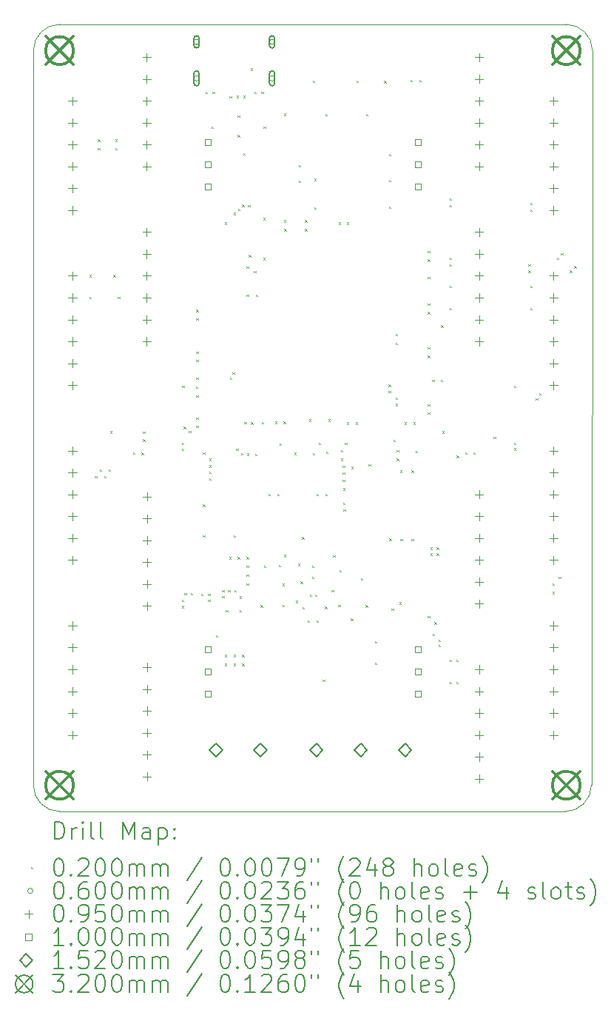
<source format=gbr>
%TF.GenerationSoftware,KiCad,Pcbnew,7.0.1*%
%TF.CreationDate,2023-07-17T00:48:37+01:00*%
%TF.ProjectId,Sensor Hub Board,53656e73-6f72-4204-9875-6220426f6172,rev?*%
%TF.SameCoordinates,Original*%
%TF.FileFunction,Drillmap*%
%TF.FilePolarity,Positive*%
%FSLAX45Y45*%
G04 Gerber Fmt 4.5, Leading zero omitted, Abs format (unit mm)*
G04 Created by KiCad (PCBNEW 7.0.1) date 2023-07-17 00:48:37*
%MOMM*%
%LPD*%
G01*
G04 APERTURE LIST*
%ADD10C,0.100000*%
%ADD11C,0.200000*%
%ADD12C,0.020000*%
%ADD13C,0.060000*%
%ADD14C,0.095000*%
%ADD15C,0.152000*%
%ADD16C,0.320000*%
G04 APERTURE END LIST*
D10*
X10800000Y-14200000D02*
G75*
G03*
X11100000Y-14500000I300000J0D01*
G01*
X16887868Y-14499998D02*
G75*
G03*
X17187868Y-14200000I2J299998D01*
G01*
X17200000Y-5800000D02*
G75*
G03*
X16900000Y-5500000I-300000J0D01*
G01*
X17200000Y-5800000D02*
X17187868Y-14200000D01*
X11100000Y-5500000D02*
X16900000Y-5500000D01*
X10800000Y-14200000D02*
X10800000Y-5800000D01*
X11100000Y-5500000D02*
G75*
G03*
X10800000Y-5800000I0J-300000D01*
G01*
X16887868Y-14500000D02*
X11100000Y-14500000D01*
D11*
D12*
X11440000Y-8365000D02*
X11460000Y-8385000D01*
X11460000Y-8365000D02*
X11440000Y-8385000D01*
X11440000Y-8615000D02*
X11460000Y-8635000D01*
X11460000Y-8615000D02*
X11440000Y-8635000D01*
X11505150Y-10665000D02*
X11525150Y-10685000D01*
X11525150Y-10665000D02*
X11505150Y-10685000D01*
X11540000Y-6815000D02*
X11560000Y-6835000D01*
X11560000Y-6815000D02*
X11540000Y-6835000D01*
X11540000Y-6915000D02*
X11560000Y-6935000D01*
X11560000Y-6915000D02*
X11540000Y-6935000D01*
X11557400Y-10589000D02*
X11577400Y-10609000D01*
X11577400Y-10589000D02*
X11557400Y-10609000D01*
X11610100Y-10665000D02*
X11630100Y-10685000D01*
X11630100Y-10665000D02*
X11610100Y-10685000D01*
X11662550Y-10590000D02*
X11682550Y-10610000D01*
X11682550Y-10590000D02*
X11662550Y-10610000D01*
X11680000Y-10152000D02*
X11700000Y-10172000D01*
X11700000Y-10152000D02*
X11680000Y-10172000D01*
X11717450Y-8365000D02*
X11737450Y-8385000D01*
X11737450Y-8365000D02*
X11717450Y-8385000D01*
X11740000Y-6815000D02*
X11760000Y-6835000D01*
X11760000Y-6815000D02*
X11740000Y-6835000D01*
X11740000Y-6915000D02*
X11760000Y-6935000D01*
X11760000Y-6915000D02*
X11740000Y-6935000D01*
X11767450Y-8615000D02*
X11787450Y-8635000D01*
X11787450Y-8615000D02*
X11767450Y-8635000D01*
X11940000Y-10395000D02*
X11960000Y-10415000D01*
X11960000Y-10395000D02*
X11940000Y-10415000D01*
X12038000Y-10397550D02*
X12058000Y-10417550D01*
X12058000Y-10397550D02*
X12038000Y-10417550D01*
X12054623Y-10154623D02*
X12074623Y-10174623D01*
X12074623Y-10154623D02*
X12054623Y-10174623D01*
X12055400Y-10245400D02*
X12075400Y-10265400D01*
X12075400Y-10245400D02*
X12055400Y-10265400D01*
X12500000Y-12080000D02*
X12520000Y-12100000D01*
X12520000Y-12080000D02*
X12500000Y-12100000D01*
X12500000Y-12150000D02*
X12520000Y-12170000D01*
X12520000Y-12150000D02*
X12500000Y-12170000D01*
X12501000Y-10348000D02*
X12521000Y-10368000D01*
X12521000Y-10348000D02*
X12501000Y-10368000D01*
X12502000Y-10283000D02*
X12522000Y-10303000D01*
X12522000Y-10283000D02*
X12502000Y-10303000D01*
X12502500Y-9632500D02*
X12522500Y-9652500D01*
X12522500Y-9632500D02*
X12502500Y-9652500D01*
X12520000Y-10100000D02*
X12540000Y-10120000D01*
X12540000Y-10100000D02*
X12520000Y-10120000D01*
X12530000Y-12000000D02*
X12550000Y-12020000D01*
X12550000Y-12000000D02*
X12530000Y-12020000D01*
X12580000Y-10150000D02*
X12600000Y-10170000D01*
X12600000Y-10150000D02*
X12580000Y-10170000D01*
X12600000Y-12000000D02*
X12620000Y-12020000D01*
X12620000Y-12000000D02*
X12600000Y-12020000D01*
X12661500Y-9639300D02*
X12681500Y-9659300D01*
X12681500Y-9639300D02*
X12661500Y-9659300D01*
X12663700Y-9540000D02*
X12683700Y-9560000D01*
X12683700Y-9540000D02*
X12663700Y-9560000D01*
X12665000Y-9337000D02*
X12685000Y-9357000D01*
X12685000Y-9337000D02*
X12665000Y-9357000D01*
X12665000Y-9740000D02*
X12685000Y-9760000D01*
X12685000Y-9740000D02*
X12665000Y-9760000D01*
X12665000Y-9993000D02*
X12685000Y-10013000D01*
X12685000Y-9993000D02*
X12665000Y-10013000D01*
X12665900Y-8764200D02*
X12685900Y-8784200D01*
X12685900Y-8764200D02*
X12665900Y-8784200D01*
X12665900Y-8860200D02*
X12685900Y-8880200D01*
X12685900Y-8860200D02*
X12665900Y-8880200D01*
X12666000Y-9242000D02*
X12686000Y-9262000D01*
X12686000Y-9242000D02*
X12666000Y-9262000D01*
X12666000Y-10087000D02*
X12686000Y-10107000D01*
X12686000Y-10087000D02*
X12666000Y-10107000D01*
X12720000Y-12010000D02*
X12740000Y-12030000D01*
X12740000Y-12010000D02*
X12720000Y-12030000D01*
X12740000Y-10990000D02*
X12760000Y-11010000D01*
X12760000Y-10990000D02*
X12740000Y-11010000D01*
X12740000Y-11340000D02*
X12760000Y-11360000D01*
X12760000Y-11340000D02*
X12740000Y-11360000D01*
X12740700Y-10391300D02*
X12760700Y-10411300D01*
X12760700Y-10391300D02*
X12740700Y-10411300D01*
X12770000Y-6270000D02*
X12790000Y-6290000D01*
X12790000Y-6270000D02*
X12770000Y-6290000D01*
X12800000Y-12010000D02*
X12820000Y-12030000D01*
X12820000Y-12010000D02*
X12800000Y-12030000D01*
X12800000Y-12080000D02*
X12820000Y-12100000D01*
X12820000Y-12080000D02*
X12800000Y-12100000D01*
X12815000Y-10465000D02*
X12835000Y-10485000D01*
X12835000Y-10465000D02*
X12815000Y-10485000D01*
X12815000Y-10540000D02*
X12835000Y-10560000D01*
X12835000Y-10540000D02*
X12815000Y-10560000D01*
X12815000Y-10615000D02*
X12835000Y-10635000D01*
X12835000Y-10615000D02*
X12815000Y-10635000D01*
X12815000Y-10690000D02*
X12835000Y-10710000D01*
X12835000Y-10690000D02*
X12815000Y-10710000D01*
X12840000Y-6665000D02*
X12860000Y-6685000D01*
X12860000Y-6665000D02*
X12840000Y-6685000D01*
X12850000Y-6270000D02*
X12870000Y-6290000D01*
X12870000Y-6270000D02*
X12850000Y-6290000D01*
X12891000Y-12484000D02*
X12911000Y-12504000D01*
X12911000Y-12484000D02*
X12891000Y-12504000D01*
X12960000Y-11965000D02*
X12980000Y-11985000D01*
X12980000Y-11965000D02*
X12960000Y-11985000D01*
X12960000Y-12035000D02*
X12980000Y-12055000D01*
X12980000Y-12035000D02*
X12960000Y-12055000D01*
X12990000Y-12710000D02*
X13010000Y-12730000D01*
X13010000Y-12710000D02*
X12990000Y-12730000D01*
X12990000Y-12810000D02*
X13010000Y-12830000D01*
X13010000Y-12810000D02*
X12990000Y-12830000D01*
X12991000Y-7764000D02*
X13011000Y-7784000D01*
X13011000Y-7764000D02*
X12991000Y-7784000D01*
X13005000Y-12195000D02*
X13025000Y-12215000D01*
X13025000Y-12195000D02*
X13005000Y-12215000D01*
X13030000Y-11965000D02*
X13050000Y-11985000D01*
X13050000Y-11965000D02*
X13030000Y-11985000D01*
X13040000Y-11590000D02*
X13060000Y-11610000D01*
X13060000Y-11590000D02*
X13040000Y-11610000D01*
X13045000Y-6321000D02*
X13065000Y-6341000D01*
X13065000Y-6321000D02*
X13045000Y-6341000D01*
X13050000Y-9540000D02*
X13070000Y-9560000D01*
X13070000Y-9540000D02*
X13050000Y-9560000D01*
X13080000Y-9480000D02*
X13100000Y-9500000D01*
X13100000Y-9480000D02*
X13080000Y-9500000D01*
X13090000Y-11340000D02*
X13110000Y-11360000D01*
X13110000Y-11340000D02*
X13090000Y-11360000D01*
X13090000Y-12710000D02*
X13110000Y-12730000D01*
X13110000Y-12710000D02*
X13090000Y-12730000D01*
X13090000Y-12810000D02*
X13110000Y-12830000D01*
X13110000Y-12810000D02*
X13090000Y-12830000D01*
X13094000Y-7654000D02*
X13114000Y-7674000D01*
X13114000Y-7654000D02*
X13094000Y-7674000D01*
X13100000Y-11965000D02*
X13120000Y-11985000D01*
X13120000Y-11965000D02*
X13100000Y-11985000D01*
X13121000Y-10353000D02*
X13141000Y-10373000D01*
X13141000Y-10353000D02*
X13121000Y-10373000D01*
X13123623Y-6317566D02*
X13143623Y-6337566D01*
X13143623Y-6317566D02*
X13123623Y-6337566D01*
X13140000Y-6540000D02*
X13160000Y-6560000D01*
X13160000Y-6540000D02*
X13140000Y-6560000D01*
X13140000Y-6765000D02*
X13160000Y-6785000D01*
X13160000Y-6765000D02*
X13140000Y-6785000D01*
X13140000Y-11590000D02*
X13160000Y-11610000D01*
X13160000Y-11590000D02*
X13140000Y-11610000D01*
X13144019Y-7607981D02*
X13164019Y-7627981D01*
X13164019Y-7607981D02*
X13144019Y-7627981D01*
X13160000Y-12040000D02*
X13180000Y-12060000D01*
X13180000Y-12040000D02*
X13160000Y-12060000D01*
X13160000Y-12195000D02*
X13180000Y-12215000D01*
X13180000Y-12195000D02*
X13160000Y-12215000D01*
X13177000Y-10399000D02*
X13197000Y-10419000D01*
X13197000Y-10399000D02*
X13177000Y-10419000D01*
X13189981Y-7562019D02*
X13209981Y-7582019D01*
X13209981Y-7562019D02*
X13189981Y-7582019D01*
X13190000Y-12710000D02*
X13210000Y-12730000D01*
X13210000Y-12710000D02*
X13190000Y-12730000D01*
X13190000Y-12810000D02*
X13210000Y-12830000D01*
X13210000Y-12810000D02*
X13190000Y-12830000D01*
X13202645Y-6315355D02*
X13222645Y-6335355D01*
X13222645Y-6315355D02*
X13202645Y-6335355D01*
X13204000Y-6971000D02*
X13224000Y-6991000D01*
X13224000Y-6971000D02*
X13204000Y-6991000D01*
X13215000Y-10046000D02*
X13235000Y-10066000D01*
X13235000Y-10046000D02*
X13215000Y-10066000D01*
X13240000Y-8268000D02*
X13260000Y-8288000D01*
X13260000Y-8268000D02*
X13240000Y-8288000D01*
X13240000Y-8590000D02*
X13260000Y-8610000D01*
X13260000Y-8590000D02*
X13240000Y-8610000D01*
X13240000Y-11590000D02*
X13260000Y-11610000D01*
X13260000Y-11590000D02*
X13240000Y-11610000D01*
X13240000Y-11690000D02*
X13260000Y-11710000D01*
X13260000Y-11690000D02*
X13240000Y-11710000D01*
X13240000Y-11790000D02*
X13260000Y-11810000D01*
X13260000Y-11790000D02*
X13240000Y-11810000D01*
X13240000Y-11890000D02*
X13260000Y-11910000D01*
X13260000Y-11890000D02*
X13240000Y-11910000D01*
X13242661Y-10406883D02*
X13262661Y-10426883D01*
X13262661Y-10406883D02*
X13242661Y-10426883D01*
X13256765Y-7565234D02*
X13276765Y-7585234D01*
X13276765Y-7565234D02*
X13256765Y-7585234D01*
X13265000Y-8137000D02*
X13285000Y-8157000D01*
X13285000Y-8137000D02*
X13265000Y-8157000D01*
X13285000Y-6004000D02*
X13305000Y-6024000D01*
X13305000Y-6004000D02*
X13285000Y-6024000D01*
X13289953Y-10048806D02*
X13309953Y-10068806D01*
X13309953Y-10048806D02*
X13289953Y-10068806D01*
X13326000Y-8318000D02*
X13346000Y-8338000D01*
X13346000Y-8318000D02*
X13326000Y-8338000D01*
X13330000Y-6270000D02*
X13350000Y-6290000D01*
X13350000Y-6270000D02*
X13330000Y-6290000D01*
X13339000Y-10408000D02*
X13359000Y-10428000D01*
X13359000Y-10408000D02*
X13339000Y-10428000D01*
X13348000Y-8591000D02*
X13368000Y-8611000D01*
X13368000Y-8591000D02*
X13348000Y-8611000D01*
X13400000Y-12140000D02*
X13420000Y-12160000D01*
X13420000Y-12140000D02*
X13400000Y-12160000D01*
X13410000Y-6270000D02*
X13430000Y-6290000D01*
X13430000Y-6270000D02*
X13410000Y-6290000D01*
X13415000Y-10047600D02*
X13435000Y-10067600D01*
X13435000Y-10047600D02*
X13415000Y-10067600D01*
X13430000Y-7713000D02*
X13450000Y-7733000D01*
X13450000Y-7713000D02*
X13430000Y-7733000D01*
X13430000Y-8169000D02*
X13450000Y-8189000D01*
X13450000Y-8169000D02*
X13430000Y-8189000D01*
X13435000Y-6665000D02*
X13455000Y-6685000D01*
X13455000Y-6665000D02*
X13435000Y-6685000D01*
X13440000Y-11690000D02*
X13460000Y-11710000D01*
X13460000Y-11690000D02*
X13440000Y-11710000D01*
X13490000Y-10865000D02*
X13510000Y-10885000D01*
X13510000Y-10865000D02*
X13490000Y-10885000D01*
X13565000Y-10040000D02*
X13585000Y-10060000D01*
X13585000Y-10040000D02*
X13565000Y-10060000D01*
X13590000Y-10865000D02*
X13610000Y-10885000D01*
X13610000Y-10865000D02*
X13590000Y-10885000D01*
X13609000Y-11682000D02*
X13629000Y-11702000D01*
X13629000Y-11682000D02*
X13609000Y-11702000D01*
X13615000Y-10290000D02*
X13635000Y-10310000D01*
X13635000Y-10290000D02*
X13615000Y-10310000D01*
X13650000Y-11895000D02*
X13670000Y-11915000D01*
X13670000Y-11895000D02*
X13650000Y-11915000D01*
X13650000Y-12135000D02*
X13670000Y-12155000D01*
X13670000Y-12135000D02*
X13650000Y-12155000D01*
X13665000Y-10040000D02*
X13685000Y-10060000D01*
X13685000Y-10040000D02*
X13665000Y-10060000D01*
X13670000Y-6520000D02*
X13690000Y-6540000D01*
X13690000Y-6520000D02*
X13670000Y-6540000D01*
X13670000Y-7740000D02*
X13690000Y-7760000D01*
X13690000Y-7740000D02*
X13670000Y-7760000D01*
X13670000Y-11566000D02*
X13690000Y-11586000D01*
X13690000Y-11566000D02*
X13670000Y-11586000D01*
X13671000Y-7840000D02*
X13691000Y-7860000D01*
X13691000Y-7840000D02*
X13671000Y-7860000D01*
X13786000Y-10397000D02*
X13806000Y-10417000D01*
X13806000Y-10397000D02*
X13786000Y-10417000D01*
X13802000Y-12090000D02*
X13822000Y-12110000D01*
X13822000Y-12090000D02*
X13802000Y-12110000D01*
X13831000Y-11666000D02*
X13851000Y-11686000D01*
X13851000Y-11666000D02*
X13831000Y-11686000D01*
X13840000Y-7108470D02*
X13860000Y-7128470D01*
X13860000Y-7108470D02*
X13840000Y-7128470D01*
X13840000Y-7287000D02*
X13860000Y-7307000D01*
X13860000Y-7287000D02*
X13840000Y-7307000D01*
X13858000Y-11869000D02*
X13878000Y-11889000D01*
X13878000Y-11869000D02*
X13858000Y-11889000D01*
X13875000Y-11361000D02*
X13895000Y-11381000D01*
X13895000Y-11361000D02*
X13875000Y-11381000D01*
X13880000Y-12160000D02*
X13900000Y-12180000D01*
X13900000Y-12160000D02*
X13880000Y-12180000D01*
X13910000Y-7739000D02*
X13930000Y-7759000D01*
X13930000Y-7739000D02*
X13910000Y-7759000D01*
X13910000Y-7840000D02*
X13930000Y-7860000D01*
X13930000Y-7840000D02*
X13910000Y-7860000D01*
X13941000Y-12315000D02*
X13961000Y-12335000D01*
X13961000Y-12315000D02*
X13941000Y-12335000D01*
X13957000Y-10016000D02*
X13977000Y-10036000D01*
X13977000Y-10016000D02*
X13957000Y-10036000D01*
X13962000Y-12017000D02*
X13982000Y-12037000D01*
X13982000Y-12017000D02*
X13962000Y-12037000D01*
X13990000Y-11690000D02*
X14010000Y-11710000D01*
X14010000Y-11690000D02*
X13990000Y-11710000D01*
X13990000Y-11817000D02*
X14010000Y-11837000D01*
X14010000Y-11817000D02*
X13990000Y-11837000D01*
X13997000Y-6143000D02*
X14017000Y-6163000D01*
X14017000Y-6143000D02*
X13997000Y-6163000D01*
X14000000Y-10400000D02*
X14020000Y-10420000D01*
X14020000Y-10400000D02*
X14000000Y-10420000D01*
X14015000Y-7265000D02*
X14035000Y-7285000D01*
X14035000Y-7265000D02*
X14015000Y-7285000D01*
X14015000Y-7590000D02*
X14035000Y-7610000D01*
X14035000Y-7590000D02*
X14015000Y-7610000D01*
X14024000Y-12017000D02*
X14044000Y-12037000D01*
X14044000Y-12017000D02*
X14024000Y-12037000D01*
X14040000Y-10865000D02*
X14060000Y-10885000D01*
X14060000Y-10865000D02*
X14040000Y-10885000D01*
X14042000Y-12314000D02*
X14062000Y-12334000D01*
X14062000Y-12314000D02*
X14042000Y-12334000D01*
X14065000Y-10281000D02*
X14085000Y-10301000D01*
X14085000Y-10281000D02*
X14065000Y-10301000D01*
X14112500Y-12990000D02*
X14132500Y-13010000D01*
X14132500Y-12990000D02*
X14112500Y-13010000D01*
X14137000Y-12159000D02*
X14157000Y-12179000D01*
X14157000Y-12159000D02*
X14137000Y-12179000D01*
X14140000Y-6522000D02*
X14160000Y-6542000D01*
X14160000Y-6522000D02*
X14140000Y-6542000D01*
X14140000Y-10865000D02*
X14160000Y-10885000D01*
X14160000Y-10865000D02*
X14140000Y-10885000D01*
X14153000Y-10386000D02*
X14173000Y-10406000D01*
X14173000Y-10386000D02*
X14153000Y-10406000D01*
X14175000Y-10016000D02*
X14195000Y-10036000D01*
X14195000Y-10016000D02*
X14175000Y-10036000D01*
X14215000Y-11967000D02*
X14235000Y-11987000D01*
X14235000Y-11967000D02*
X14215000Y-11987000D01*
X14230000Y-11567500D02*
X14250000Y-11587500D01*
X14250000Y-11567500D02*
X14230000Y-11587500D01*
X14290000Y-12136000D02*
X14310000Y-12156000D01*
X14310000Y-12136000D02*
X14290000Y-12156000D01*
X14292000Y-7765000D02*
X14312000Y-7785000D01*
X14312000Y-7765000D02*
X14292000Y-7785000D01*
X14304000Y-11737000D02*
X14324000Y-11757000D01*
X14324000Y-11737000D02*
X14304000Y-11757000D01*
X14320000Y-10365000D02*
X14340000Y-10385000D01*
X14340000Y-10365000D02*
X14320000Y-10385000D01*
X14320000Y-10465000D02*
X14340000Y-10485000D01*
X14340000Y-10465000D02*
X14320000Y-10485000D01*
X14341000Y-10619000D02*
X14361000Y-10639000D01*
X14361000Y-10619000D02*
X14341000Y-10639000D01*
X14341000Y-10707000D02*
X14361000Y-10727000D01*
X14361000Y-10707000D02*
X14341000Y-10727000D01*
X14341088Y-10544912D02*
X14361088Y-10564912D01*
X14361088Y-10544912D02*
X14341088Y-10564912D01*
X14344000Y-10802000D02*
X14364000Y-10822000D01*
X14364000Y-10802000D02*
X14344000Y-10822000D01*
X14347000Y-10969000D02*
X14367000Y-10989000D01*
X14367000Y-10969000D02*
X14347000Y-10989000D01*
X14351000Y-11043000D02*
X14371000Y-11063000D01*
X14371000Y-11043000D02*
X14351000Y-11063000D01*
X14365412Y-10280588D02*
X14385412Y-10300588D01*
X14385412Y-10280588D02*
X14365412Y-10300588D01*
X14388000Y-7765000D02*
X14408000Y-7785000D01*
X14408000Y-7765000D02*
X14388000Y-7785000D01*
X14390047Y-10048806D02*
X14410047Y-10068806D01*
X14410047Y-10048806D02*
X14390047Y-10068806D01*
X14434500Y-12294500D02*
X14454500Y-12314500D01*
X14454500Y-12294500D02*
X14434500Y-12314500D01*
X14438000Y-10557000D02*
X14458000Y-10577000D01*
X14458000Y-10557000D02*
X14438000Y-10577000D01*
X14489716Y-10048864D02*
X14509716Y-10068864D01*
X14509716Y-10048864D02*
X14489716Y-10068864D01*
X14497000Y-6143000D02*
X14517000Y-6163000D01*
X14517000Y-6143000D02*
X14497000Y-6163000D01*
X14549000Y-11833000D02*
X14569000Y-11853000D01*
X14569000Y-11833000D02*
X14549000Y-11853000D01*
X14605000Y-12142000D02*
X14625000Y-12162000D01*
X14625000Y-12142000D02*
X14605000Y-12162000D01*
X14609000Y-6521000D02*
X14629000Y-6541000D01*
X14629000Y-6521000D02*
X14609000Y-6541000D01*
X14639000Y-10528000D02*
X14659000Y-10548000D01*
X14659000Y-10528000D02*
X14639000Y-10548000D01*
X14707000Y-12553000D02*
X14727000Y-12573000D01*
X14727000Y-12553000D02*
X14707000Y-12573000D01*
X14710000Y-12799000D02*
X14730000Y-12819000D01*
X14730000Y-12799000D02*
X14710000Y-12819000D01*
X14815000Y-6146000D02*
X14835000Y-6166000D01*
X14835000Y-6146000D02*
X14815000Y-6166000D01*
X14865000Y-9617500D02*
X14885000Y-9637500D01*
X14885000Y-9617500D02*
X14865000Y-9637500D01*
X14865000Y-9690000D02*
X14885000Y-9710000D01*
X14885000Y-9690000D02*
X14865000Y-9710000D01*
X14868500Y-6980000D02*
X14888500Y-7000000D01*
X14888500Y-6980000D02*
X14868500Y-7000000D01*
X14868500Y-7277500D02*
X14888500Y-7297500D01*
X14888500Y-7277500D02*
X14868500Y-7297500D01*
X14868500Y-7580000D02*
X14888500Y-7600000D01*
X14888500Y-7580000D02*
X14868500Y-7600000D01*
X14875000Y-11379000D02*
X14895000Y-11399000D01*
X14895000Y-11379000D02*
X14875000Y-11399000D01*
X14900000Y-12179000D02*
X14920000Y-12199000D01*
X14920000Y-12179000D02*
X14900000Y-12199000D01*
X14920075Y-10251550D02*
X14940075Y-10271550D01*
X14940075Y-10251550D02*
X14920075Y-10271550D01*
X14948608Y-9039197D02*
X14968608Y-9059197D01*
X14968608Y-9039197D02*
X14948608Y-9059197D01*
X14948684Y-9140466D02*
X14968684Y-9160466D01*
X14968684Y-9140466D02*
X14948684Y-9160466D01*
X14948864Y-9765000D02*
X14968864Y-9785000D01*
X14968864Y-9765000D02*
X14948864Y-9785000D01*
X14948864Y-9839716D02*
X14968864Y-9859716D01*
X14968864Y-9839716D02*
X14948864Y-9859716D01*
X14960000Y-10365000D02*
X14980000Y-10385000D01*
X14980000Y-10365000D02*
X14960000Y-10385000D01*
X14960000Y-10465000D02*
X14980000Y-10485000D01*
X14980000Y-10465000D02*
X14960000Y-10485000D01*
X14987000Y-12106000D02*
X15007000Y-12126000D01*
X15007000Y-12106000D02*
X14987000Y-12126000D01*
X15000000Y-10600000D02*
X15020000Y-10620000D01*
X15020000Y-10600000D02*
X15000000Y-10620000D01*
X15003000Y-11381000D02*
X15023000Y-11401000D01*
X15023000Y-11381000D02*
X15003000Y-11401000D01*
X15050000Y-10050000D02*
X15070000Y-10070000D01*
X15070000Y-10050000D02*
X15050000Y-10070000D01*
X15116000Y-6135000D02*
X15136000Y-6155000D01*
X15136000Y-6135000D02*
X15116000Y-6155000D01*
X15127500Y-10600000D02*
X15147500Y-10620000D01*
X15147500Y-10600000D02*
X15127500Y-10620000D01*
X15129000Y-11381000D02*
X15149000Y-11401000D01*
X15149000Y-11381000D02*
X15129000Y-11401000D01*
X15150000Y-10050000D02*
X15170000Y-10070000D01*
X15170000Y-10050000D02*
X15150000Y-10070000D01*
X15177912Y-10377088D02*
X15197912Y-10397088D01*
X15197912Y-10377088D02*
X15177912Y-10397088D01*
X15217000Y-6135000D02*
X15237000Y-6155000D01*
X15237000Y-6135000D02*
X15217000Y-6155000D01*
X15314000Y-8188000D02*
X15334000Y-8208000D01*
X15334000Y-8188000D02*
X15314000Y-8208000D01*
X15314000Y-8692000D02*
X15334000Y-8712000D01*
X15334000Y-8692000D02*
X15314000Y-8712000D01*
X15314000Y-9192000D02*
X15334000Y-9212000D01*
X15334000Y-9192000D02*
X15314000Y-9212000D01*
X15315000Y-8091000D02*
X15335000Y-8111000D01*
X15335000Y-8091000D02*
X15315000Y-8111000D01*
X15315000Y-8388000D02*
X15335000Y-8408000D01*
X15335000Y-8388000D02*
X15315000Y-8408000D01*
X15315000Y-12266000D02*
X15335000Y-12286000D01*
X15335000Y-12266000D02*
X15315000Y-12286000D01*
X15316000Y-8788000D02*
X15336000Y-8808000D01*
X15336000Y-8788000D02*
X15316000Y-8808000D01*
X15316000Y-9288000D02*
X15336000Y-9308000D01*
X15336000Y-9288000D02*
X15316000Y-9308000D01*
X15316000Y-9842000D02*
X15336000Y-9862000D01*
X15336000Y-9842000D02*
X15316000Y-9862000D01*
X15316000Y-9938000D02*
X15336000Y-9958000D01*
X15336000Y-9938000D02*
X15316000Y-9958000D01*
X15345000Y-11480000D02*
X15365000Y-11500000D01*
X15365000Y-11480000D02*
X15345000Y-11500000D01*
X15345000Y-11550000D02*
X15365000Y-11570000D01*
X15365000Y-11550000D02*
X15345000Y-11570000D01*
X15365000Y-9565000D02*
X15385000Y-9585000D01*
X15385000Y-9565000D02*
X15365000Y-9585000D01*
X15371000Y-12466000D02*
X15391000Y-12486000D01*
X15391000Y-12466000D02*
X15371000Y-12486000D01*
X15390000Y-12337000D02*
X15410000Y-12357000D01*
X15410000Y-12337000D02*
X15390000Y-12357000D01*
X15415000Y-11480000D02*
X15435000Y-11500000D01*
X15435000Y-11480000D02*
X15415000Y-11500000D01*
X15415000Y-11550000D02*
X15435000Y-11570000D01*
X15435000Y-11550000D02*
X15415000Y-11570000D01*
X15438000Y-12536000D02*
X15458000Y-12556000D01*
X15458000Y-12536000D02*
X15438000Y-12556000D01*
X15438000Y-12595000D02*
X15458000Y-12615000D01*
X15458000Y-12595000D02*
X15438000Y-12615000D01*
X15465000Y-9565000D02*
X15485000Y-9585000D01*
X15485000Y-9565000D02*
X15465000Y-9585000D01*
X15466000Y-8940000D02*
X15486000Y-8960000D01*
X15486000Y-8940000D02*
X15466000Y-8960000D01*
X15480000Y-10152500D02*
X15500000Y-10172500D01*
X15500000Y-10152500D02*
X15480000Y-10172500D01*
X15565000Y-7490000D02*
X15585000Y-7510000D01*
X15585000Y-7490000D02*
X15565000Y-7510000D01*
X15565000Y-7565000D02*
X15585000Y-7585000D01*
X15585000Y-7565000D02*
X15565000Y-7585000D01*
X15565000Y-8165000D02*
X15585000Y-8185000D01*
X15585000Y-8165000D02*
X15565000Y-8185000D01*
X15565000Y-8240000D02*
X15585000Y-8260000D01*
X15585000Y-8240000D02*
X15565000Y-8260000D01*
X15565000Y-8490000D02*
X15585000Y-8510000D01*
X15585000Y-8490000D02*
X15565000Y-8510000D01*
X15565000Y-8740000D02*
X15585000Y-8760000D01*
X15585000Y-8740000D02*
X15565000Y-8760000D01*
X15565000Y-12765000D02*
X15585000Y-12785000D01*
X15585000Y-12765000D02*
X15565000Y-12785000D01*
X15565000Y-13015000D02*
X15585000Y-13035000D01*
X15585000Y-13015000D02*
X15565000Y-13035000D01*
X15640000Y-12765000D02*
X15660000Y-12785000D01*
X15660000Y-12765000D02*
X15640000Y-12785000D01*
X15640000Y-13015000D02*
X15660000Y-13035000D01*
X15660000Y-13015000D02*
X15640000Y-13035000D01*
X15645000Y-10430000D02*
X15665000Y-10450000D01*
X15665000Y-10430000D02*
X15645000Y-10450000D01*
X15742000Y-10390500D02*
X15762000Y-10410500D01*
X15762000Y-10390500D02*
X15742000Y-10410500D01*
X15838000Y-10390500D02*
X15858000Y-10410500D01*
X15858000Y-10390500D02*
X15838000Y-10410500D01*
X16068500Y-10217500D02*
X16088500Y-10237500D01*
X16088500Y-10217500D02*
X16068500Y-10237500D01*
X16300000Y-10282500D02*
X16320000Y-10302500D01*
X16320000Y-10282500D02*
X16300000Y-10302500D01*
X16300000Y-10347500D02*
X16320000Y-10367500D01*
X16320000Y-10347500D02*
X16300000Y-10367500D01*
X16302500Y-9632500D02*
X16322500Y-9652500D01*
X16322500Y-9632500D02*
X16302500Y-9652500D01*
X16467450Y-8240000D02*
X16487450Y-8260000D01*
X16487450Y-8240000D02*
X16467450Y-8260000D01*
X16467450Y-8315000D02*
X16487450Y-8335000D01*
X16487450Y-8315000D02*
X16467450Y-8335000D01*
X16490000Y-7540000D02*
X16510000Y-7560000D01*
X16510000Y-7540000D02*
X16490000Y-7560000D01*
X16490000Y-7615000D02*
X16510000Y-7635000D01*
X16510000Y-7615000D02*
X16490000Y-7635000D01*
X16490000Y-8490000D02*
X16510000Y-8510000D01*
X16510000Y-8490000D02*
X16490000Y-8510000D01*
X16490000Y-8740000D02*
X16510000Y-8760000D01*
X16510000Y-8740000D02*
X16490000Y-8760000D01*
X16552500Y-9777500D02*
X16572500Y-9797500D01*
X16572500Y-9777500D02*
X16552500Y-9797500D01*
X16590000Y-9715000D02*
X16610000Y-9735000D01*
X16610000Y-9715000D02*
X16590000Y-9735000D01*
X16740000Y-11890000D02*
X16760000Y-11910000D01*
X16760000Y-11890000D02*
X16740000Y-11910000D01*
X16740000Y-11990000D02*
X16760000Y-12010000D01*
X16760000Y-11990000D02*
X16740000Y-12010000D01*
X16790000Y-8165000D02*
X16810000Y-8185000D01*
X16810000Y-8165000D02*
X16790000Y-8185000D01*
X16815000Y-11815000D02*
X16835000Y-11835000D01*
X16835000Y-11815000D02*
X16815000Y-11835000D01*
X16840000Y-8115000D02*
X16860000Y-8135000D01*
X16860000Y-8115000D02*
X16840000Y-8135000D01*
X16940000Y-8315000D02*
X16960000Y-8335000D01*
X16960000Y-8315000D02*
X16940000Y-8335000D01*
X16990000Y-8265000D02*
X17010000Y-8285000D01*
X17010000Y-8265000D02*
X16990000Y-8285000D01*
D13*
X12697500Y-5700000D02*
G75*
G03*
X12697500Y-5700000I-30000J0D01*
G01*
D11*
X12697500Y-5740000D02*
X12697500Y-5660000D01*
X12697500Y-5660000D02*
G75*
G03*
X12637500Y-5660000I-30000J0D01*
G01*
X12637500Y-5660000D02*
X12637500Y-5740000D01*
X12637500Y-5740000D02*
G75*
G03*
X12697500Y-5740000I30000J0D01*
G01*
D13*
X12697500Y-6117000D02*
G75*
G03*
X12697500Y-6117000I-30000J0D01*
G01*
D11*
X12697500Y-6172000D02*
X12697500Y-6062000D01*
X12697500Y-6062000D02*
G75*
G03*
X12637500Y-6062000I-30000J0D01*
G01*
X12637500Y-6062000D02*
X12637500Y-6172000D01*
X12637500Y-6172000D02*
G75*
G03*
X12697500Y-6172000I30000J0D01*
G01*
D13*
X13562500Y-5700000D02*
G75*
G03*
X13562500Y-5700000I-30000J0D01*
G01*
D11*
X13562500Y-5740000D02*
X13562500Y-5660000D01*
X13562500Y-5660000D02*
G75*
G03*
X13502500Y-5660000I-30000J0D01*
G01*
X13502500Y-5660000D02*
X13502500Y-5740000D01*
X13502500Y-5740000D02*
G75*
G03*
X13562500Y-5740000I30000J0D01*
G01*
D13*
X13562500Y-6117000D02*
G75*
G03*
X13562500Y-6117000I-30000J0D01*
G01*
D11*
X13562500Y-6172000D02*
X13562500Y-6062000D01*
X13562500Y-6062000D02*
G75*
G03*
X13502500Y-6062000I-30000J0D01*
G01*
X13502500Y-6062000D02*
X13502500Y-6172000D01*
X13502500Y-6172000D02*
G75*
G03*
X13562500Y-6172000I30000J0D01*
G01*
D14*
X11247500Y-6327500D02*
X11247500Y-6422500D01*
X11200000Y-6375000D02*
X11295000Y-6375000D01*
X11247500Y-6577500D02*
X11247500Y-6672500D01*
X11200000Y-6625000D02*
X11295000Y-6625000D01*
X11247500Y-6827500D02*
X11247500Y-6922500D01*
X11200000Y-6875000D02*
X11295000Y-6875000D01*
X11247500Y-7077500D02*
X11247500Y-7172500D01*
X11200000Y-7125000D02*
X11295000Y-7125000D01*
X11247500Y-7327500D02*
X11247500Y-7422500D01*
X11200000Y-7375000D02*
X11295000Y-7375000D01*
X11247500Y-7577500D02*
X11247500Y-7672500D01*
X11200000Y-7625000D02*
X11295000Y-7625000D01*
X11247500Y-8327500D02*
X11247500Y-8422500D01*
X11200000Y-8375000D02*
X11295000Y-8375000D01*
X11247500Y-8577500D02*
X11247500Y-8672500D01*
X11200000Y-8625000D02*
X11295000Y-8625000D01*
X11247500Y-8827500D02*
X11247500Y-8922500D01*
X11200000Y-8875000D02*
X11295000Y-8875000D01*
X11247500Y-9077500D02*
X11247500Y-9172500D01*
X11200000Y-9125000D02*
X11295000Y-9125000D01*
X11247500Y-9327500D02*
X11247500Y-9422500D01*
X11200000Y-9375000D02*
X11295000Y-9375000D01*
X11247500Y-9577500D02*
X11247500Y-9672500D01*
X11200000Y-9625000D02*
X11295000Y-9625000D01*
X11247500Y-10327500D02*
X11247500Y-10422500D01*
X11200000Y-10375000D02*
X11295000Y-10375000D01*
X11247500Y-10577500D02*
X11247500Y-10672500D01*
X11200000Y-10625000D02*
X11295000Y-10625000D01*
X11247500Y-10827500D02*
X11247500Y-10922500D01*
X11200000Y-10875000D02*
X11295000Y-10875000D01*
X11247500Y-11077500D02*
X11247500Y-11172500D01*
X11200000Y-11125000D02*
X11295000Y-11125000D01*
X11247500Y-11327500D02*
X11247500Y-11422500D01*
X11200000Y-11375000D02*
X11295000Y-11375000D01*
X11247500Y-11577500D02*
X11247500Y-11672500D01*
X11200000Y-11625000D02*
X11295000Y-11625000D01*
X11247500Y-12327500D02*
X11247500Y-12422500D01*
X11200000Y-12375000D02*
X11295000Y-12375000D01*
X11247500Y-12577500D02*
X11247500Y-12672500D01*
X11200000Y-12625000D02*
X11295000Y-12625000D01*
X11247500Y-12827500D02*
X11247500Y-12922500D01*
X11200000Y-12875000D02*
X11295000Y-12875000D01*
X11247500Y-13077500D02*
X11247500Y-13172500D01*
X11200000Y-13125000D02*
X11295000Y-13125000D01*
X11247500Y-13327500D02*
X11247500Y-13422500D01*
X11200000Y-13375000D02*
X11295000Y-13375000D01*
X11247500Y-13577500D02*
X11247500Y-13672500D01*
X11200000Y-13625000D02*
X11295000Y-13625000D01*
X12097500Y-5827500D02*
X12097500Y-5922500D01*
X12050000Y-5875000D02*
X12145000Y-5875000D01*
X12097500Y-6077500D02*
X12097500Y-6172500D01*
X12050000Y-6125000D02*
X12145000Y-6125000D01*
X12097500Y-6327500D02*
X12097500Y-6422500D01*
X12050000Y-6375000D02*
X12145000Y-6375000D01*
X12097500Y-6577500D02*
X12097500Y-6672500D01*
X12050000Y-6625000D02*
X12145000Y-6625000D01*
X12097500Y-6827500D02*
X12097500Y-6922500D01*
X12050000Y-6875000D02*
X12145000Y-6875000D01*
X12097500Y-7077500D02*
X12097500Y-7172500D01*
X12050000Y-7125000D02*
X12145000Y-7125000D01*
X12097500Y-7827500D02*
X12097500Y-7922500D01*
X12050000Y-7875000D02*
X12145000Y-7875000D01*
X12097500Y-8077500D02*
X12097500Y-8172500D01*
X12050000Y-8125000D02*
X12145000Y-8125000D01*
X12097500Y-8327500D02*
X12097500Y-8422500D01*
X12050000Y-8375000D02*
X12145000Y-8375000D01*
X12097500Y-8577500D02*
X12097500Y-8672500D01*
X12050000Y-8625000D02*
X12145000Y-8625000D01*
X12097500Y-8827500D02*
X12097500Y-8922500D01*
X12050000Y-8875000D02*
X12145000Y-8875000D01*
X12097500Y-9077500D02*
X12097500Y-9172500D01*
X12050000Y-9125000D02*
X12145000Y-9125000D01*
X12100000Y-10852500D02*
X12100000Y-10947500D01*
X12052500Y-10900000D02*
X12147500Y-10900000D01*
X12100000Y-11102500D02*
X12100000Y-11197500D01*
X12052500Y-11150000D02*
X12147500Y-11150000D01*
X12100000Y-11352500D02*
X12100000Y-11447500D01*
X12052500Y-11400000D02*
X12147500Y-11400000D01*
X12100000Y-11602500D02*
X12100000Y-11697500D01*
X12052500Y-11650000D02*
X12147500Y-11650000D01*
X12100000Y-11852500D02*
X12100000Y-11947500D01*
X12052500Y-11900000D02*
X12147500Y-11900000D01*
X12100000Y-12102500D02*
X12100000Y-12197500D01*
X12052500Y-12150000D02*
X12147500Y-12150000D01*
X12100000Y-12802500D02*
X12100000Y-12897500D01*
X12052500Y-12850000D02*
X12147500Y-12850000D01*
X12100000Y-13052500D02*
X12100000Y-13147500D01*
X12052500Y-13100000D02*
X12147500Y-13100000D01*
X12100000Y-13302500D02*
X12100000Y-13397500D01*
X12052500Y-13350000D02*
X12147500Y-13350000D01*
X12100000Y-13552500D02*
X12100000Y-13647500D01*
X12052500Y-13600000D02*
X12147500Y-13600000D01*
X12100000Y-13802500D02*
X12100000Y-13897500D01*
X12052500Y-13850000D02*
X12147500Y-13850000D01*
X12100000Y-14052500D02*
X12100000Y-14147500D01*
X12052500Y-14100000D02*
X12147500Y-14100000D01*
X15902500Y-5827500D02*
X15902500Y-5922500D01*
X15855000Y-5875000D02*
X15950000Y-5875000D01*
X15902500Y-6077500D02*
X15902500Y-6172500D01*
X15855000Y-6125000D02*
X15950000Y-6125000D01*
X15902500Y-6327500D02*
X15902500Y-6422500D01*
X15855000Y-6375000D02*
X15950000Y-6375000D01*
X15902500Y-6577500D02*
X15902500Y-6672500D01*
X15855000Y-6625000D02*
X15950000Y-6625000D01*
X15902500Y-6827500D02*
X15902500Y-6922500D01*
X15855000Y-6875000D02*
X15950000Y-6875000D01*
X15902500Y-7077500D02*
X15902500Y-7172500D01*
X15855000Y-7125000D02*
X15950000Y-7125000D01*
X15902500Y-7827500D02*
X15902500Y-7922500D01*
X15855000Y-7875000D02*
X15950000Y-7875000D01*
X15902500Y-8077500D02*
X15902500Y-8172500D01*
X15855000Y-8125000D02*
X15950000Y-8125000D01*
X15902500Y-8327500D02*
X15902500Y-8422500D01*
X15855000Y-8375000D02*
X15950000Y-8375000D01*
X15902500Y-8577500D02*
X15902500Y-8672500D01*
X15855000Y-8625000D02*
X15950000Y-8625000D01*
X15902500Y-8827500D02*
X15902500Y-8922500D01*
X15855000Y-8875000D02*
X15950000Y-8875000D01*
X15902500Y-9077500D02*
X15902500Y-9172500D01*
X15855000Y-9125000D02*
X15950000Y-9125000D01*
X15902500Y-10827500D02*
X15902500Y-10922500D01*
X15855000Y-10875000D02*
X15950000Y-10875000D01*
X15902500Y-11077500D02*
X15902500Y-11172500D01*
X15855000Y-11125000D02*
X15950000Y-11125000D01*
X15902500Y-11327500D02*
X15902500Y-11422500D01*
X15855000Y-11375000D02*
X15950000Y-11375000D01*
X15902500Y-11577500D02*
X15902500Y-11672500D01*
X15855000Y-11625000D02*
X15950000Y-11625000D01*
X15902500Y-11827500D02*
X15902500Y-11922500D01*
X15855000Y-11875000D02*
X15950000Y-11875000D01*
X15902500Y-12077500D02*
X15902500Y-12172500D01*
X15855000Y-12125000D02*
X15950000Y-12125000D01*
X15902500Y-12827500D02*
X15902500Y-12922500D01*
X15855000Y-12875000D02*
X15950000Y-12875000D01*
X15902500Y-13077500D02*
X15902500Y-13172500D01*
X15855000Y-13125000D02*
X15950000Y-13125000D01*
X15902500Y-13327500D02*
X15902500Y-13422500D01*
X15855000Y-13375000D02*
X15950000Y-13375000D01*
X15902500Y-13577500D02*
X15902500Y-13672500D01*
X15855000Y-13625000D02*
X15950000Y-13625000D01*
X15902500Y-13827500D02*
X15902500Y-13922500D01*
X15855000Y-13875000D02*
X15950000Y-13875000D01*
X15902500Y-14077500D02*
X15902500Y-14172500D01*
X15855000Y-14125000D02*
X15950000Y-14125000D01*
X16752500Y-6327500D02*
X16752500Y-6422500D01*
X16705000Y-6375000D02*
X16800000Y-6375000D01*
X16752500Y-6577500D02*
X16752500Y-6672500D01*
X16705000Y-6625000D02*
X16800000Y-6625000D01*
X16752500Y-6827500D02*
X16752500Y-6922500D01*
X16705000Y-6875000D02*
X16800000Y-6875000D01*
X16752500Y-7077500D02*
X16752500Y-7172500D01*
X16705000Y-7125000D02*
X16800000Y-7125000D01*
X16752500Y-7327500D02*
X16752500Y-7422500D01*
X16705000Y-7375000D02*
X16800000Y-7375000D01*
X16752500Y-7577500D02*
X16752500Y-7672500D01*
X16705000Y-7625000D02*
X16800000Y-7625000D01*
X16752500Y-8327500D02*
X16752500Y-8422500D01*
X16705000Y-8375000D02*
X16800000Y-8375000D01*
X16752500Y-8577500D02*
X16752500Y-8672500D01*
X16705000Y-8625000D02*
X16800000Y-8625000D01*
X16752500Y-8827500D02*
X16752500Y-8922500D01*
X16705000Y-8875000D02*
X16800000Y-8875000D01*
X16752500Y-9077500D02*
X16752500Y-9172500D01*
X16705000Y-9125000D02*
X16800000Y-9125000D01*
X16752500Y-9327500D02*
X16752500Y-9422500D01*
X16705000Y-9375000D02*
X16800000Y-9375000D01*
X16752500Y-9577500D02*
X16752500Y-9672500D01*
X16705000Y-9625000D02*
X16800000Y-9625000D01*
X16752500Y-10327500D02*
X16752500Y-10422500D01*
X16705000Y-10375000D02*
X16800000Y-10375000D01*
X16752500Y-10577500D02*
X16752500Y-10672500D01*
X16705000Y-10625000D02*
X16800000Y-10625000D01*
X16752500Y-10827500D02*
X16752500Y-10922500D01*
X16705000Y-10875000D02*
X16800000Y-10875000D01*
X16752500Y-11077500D02*
X16752500Y-11172500D01*
X16705000Y-11125000D02*
X16800000Y-11125000D01*
X16752500Y-11327500D02*
X16752500Y-11422500D01*
X16705000Y-11375000D02*
X16800000Y-11375000D01*
X16752500Y-11577500D02*
X16752500Y-11672500D01*
X16705000Y-11625000D02*
X16800000Y-11625000D01*
X16752500Y-12327500D02*
X16752500Y-12422500D01*
X16705000Y-12375000D02*
X16800000Y-12375000D01*
X16752500Y-12577500D02*
X16752500Y-12672500D01*
X16705000Y-12625000D02*
X16800000Y-12625000D01*
X16752500Y-12827500D02*
X16752500Y-12922500D01*
X16705000Y-12875000D02*
X16800000Y-12875000D01*
X16752500Y-13077500D02*
X16752500Y-13172500D01*
X16705000Y-13125000D02*
X16800000Y-13125000D01*
X16752500Y-13327500D02*
X16752500Y-13422500D01*
X16705000Y-13375000D02*
X16800000Y-13375000D01*
X16752500Y-13577500D02*
X16752500Y-13672500D01*
X16705000Y-13625000D02*
X16800000Y-13625000D01*
D10*
X12835356Y-6881356D02*
X12835356Y-6810644D01*
X12764644Y-6810644D01*
X12764644Y-6881356D01*
X12835356Y-6881356D01*
X12835356Y-7135356D02*
X12835356Y-7064644D01*
X12764644Y-7064644D01*
X12764644Y-7135356D01*
X12835356Y-7135356D01*
X12835356Y-7389356D02*
X12835356Y-7318644D01*
X12764644Y-7318644D01*
X12764644Y-7389356D01*
X12835356Y-7389356D01*
X12835356Y-12681356D02*
X12835356Y-12610644D01*
X12764644Y-12610644D01*
X12764644Y-12681356D01*
X12835356Y-12681356D01*
X12835356Y-12935356D02*
X12835356Y-12864644D01*
X12764644Y-12864644D01*
X12764644Y-12935356D01*
X12835356Y-12935356D01*
X12835356Y-13189356D02*
X12835356Y-13118644D01*
X12764644Y-13118644D01*
X12764644Y-13189356D01*
X12835356Y-13189356D01*
X15235356Y-6882856D02*
X15235356Y-6812144D01*
X15164644Y-6812144D01*
X15164644Y-6882856D01*
X15235356Y-6882856D01*
X15235356Y-7136856D02*
X15235356Y-7066144D01*
X15164644Y-7066144D01*
X15164644Y-7136856D01*
X15235356Y-7136856D01*
X15235356Y-7390856D02*
X15235356Y-7320144D01*
X15164644Y-7320144D01*
X15164644Y-7390856D01*
X15235356Y-7390856D01*
X15235356Y-12681356D02*
X15235356Y-12610644D01*
X15164644Y-12610644D01*
X15164644Y-12681356D01*
X15235356Y-12681356D01*
X15235356Y-12935356D02*
X15235356Y-12864644D01*
X15164644Y-12864644D01*
X15164644Y-12935356D01*
X15235356Y-12935356D01*
X15235356Y-13189356D02*
X15235356Y-13118644D01*
X15164644Y-13118644D01*
X15164644Y-13189356D01*
X15235356Y-13189356D01*
D15*
X12892000Y-13876000D02*
X12968000Y-13800000D01*
X12892000Y-13724000D01*
X12816000Y-13800000D01*
X12892000Y-13876000D01*
X13400000Y-13876000D02*
X13476000Y-13800000D01*
X13400000Y-13724000D01*
X13324000Y-13800000D01*
X13400000Y-13876000D01*
X14038000Y-13876000D02*
X14114000Y-13800000D01*
X14038000Y-13724000D01*
X13962000Y-13800000D01*
X14038000Y-13876000D01*
X14546000Y-13876000D02*
X14622000Y-13800000D01*
X14546000Y-13724000D01*
X14470000Y-13800000D01*
X14546000Y-13876000D01*
X15054000Y-13876000D02*
X15130000Y-13800000D01*
X15054000Y-13724000D01*
X14978000Y-13800000D01*
X15054000Y-13876000D01*
D16*
X10940000Y-5640000D02*
X11260000Y-5960000D01*
X11260000Y-5640000D02*
X10940000Y-5960000D01*
X11260000Y-5800000D02*
G75*
G03*
X11260000Y-5800000I-160000J0D01*
G01*
X10940000Y-14040000D02*
X11260000Y-14360000D01*
X11260000Y-14040000D02*
X10940000Y-14360000D01*
X11260000Y-14200000D02*
G75*
G03*
X11260000Y-14200000I-160000J0D01*
G01*
X16740000Y-5640000D02*
X17060000Y-5960000D01*
X17060000Y-5640000D02*
X16740000Y-5960000D01*
X17060000Y-5800000D02*
G75*
G03*
X17060000Y-5800000I-160000J0D01*
G01*
X16740000Y-14040000D02*
X17060000Y-14360000D01*
X17060000Y-14040000D02*
X16740000Y-14360000D01*
X17060000Y-14200000D02*
G75*
G03*
X17060000Y-14200000I-160000J0D01*
G01*
D11*
X11042619Y-14817524D02*
X11042619Y-14617524D01*
X11042619Y-14617524D02*
X11090238Y-14617524D01*
X11090238Y-14617524D02*
X11118810Y-14627048D01*
X11118810Y-14627048D02*
X11137857Y-14646095D01*
X11137857Y-14646095D02*
X11147381Y-14665143D01*
X11147381Y-14665143D02*
X11156905Y-14703238D01*
X11156905Y-14703238D02*
X11156905Y-14731809D01*
X11156905Y-14731809D02*
X11147381Y-14769905D01*
X11147381Y-14769905D02*
X11137857Y-14788952D01*
X11137857Y-14788952D02*
X11118810Y-14808000D01*
X11118810Y-14808000D02*
X11090238Y-14817524D01*
X11090238Y-14817524D02*
X11042619Y-14817524D01*
X11242619Y-14817524D02*
X11242619Y-14684190D01*
X11242619Y-14722286D02*
X11252143Y-14703238D01*
X11252143Y-14703238D02*
X11261667Y-14693714D01*
X11261667Y-14693714D02*
X11280714Y-14684190D01*
X11280714Y-14684190D02*
X11299762Y-14684190D01*
X11366428Y-14817524D02*
X11366428Y-14684190D01*
X11366428Y-14617524D02*
X11356905Y-14627048D01*
X11356905Y-14627048D02*
X11366428Y-14636571D01*
X11366428Y-14636571D02*
X11375952Y-14627048D01*
X11375952Y-14627048D02*
X11366428Y-14617524D01*
X11366428Y-14617524D02*
X11366428Y-14636571D01*
X11490238Y-14817524D02*
X11471190Y-14808000D01*
X11471190Y-14808000D02*
X11461667Y-14788952D01*
X11461667Y-14788952D02*
X11461667Y-14617524D01*
X11595000Y-14817524D02*
X11575952Y-14808000D01*
X11575952Y-14808000D02*
X11566428Y-14788952D01*
X11566428Y-14788952D02*
X11566428Y-14617524D01*
X11823571Y-14817524D02*
X11823571Y-14617524D01*
X11823571Y-14617524D02*
X11890238Y-14760381D01*
X11890238Y-14760381D02*
X11956905Y-14617524D01*
X11956905Y-14617524D02*
X11956905Y-14817524D01*
X12137857Y-14817524D02*
X12137857Y-14712762D01*
X12137857Y-14712762D02*
X12128333Y-14693714D01*
X12128333Y-14693714D02*
X12109286Y-14684190D01*
X12109286Y-14684190D02*
X12071190Y-14684190D01*
X12071190Y-14684190D02*
X12052143Y-14693714D01*
X12137857Y-14808000D02*
X12118809Y-14817524D01*
X12118809Y-14817524D02*
X12071190Y-14817524D01*
X12071190Y-14817524D02*
X12052143Y-14808000D01*
X12052143Y-14808000D02*
X12042619Y-14788952D01*
X12042619Y-14788952D02*
X12042619Y-14769905D01*
X12042619Y-14769905D02*
X12052143Y-14750857D01*
X12052143Y-14750857D02*
X12071190Y-14741333D01*
X12071190Y-14741333D02*
X12118809Y-14741333D01*
X12118809Y-14741333D02*
X12137857Y-14731809D01*
X12233095Y-14684190D02*
X12233095Y-14884190D01*
X12233095Y-14693714D02*
X12252143Y-14684190D01*
X12252143Y-14684190D02*
X12290238Y-14684190D01*
X12290238Y-14684190D02*
X12309286Y-14693714D01*
X12309286Y-14693714D02*
X12318809Y-14703238D01*
X12318809Y-14703238D02*
X12328333Y-14722286D01*
X12328333Y-14722286D02*
X12328333Y-14779428D01*
X12328333Y-14779428D02*
X12318809Y-14798476D01*
X12318809Y-14798476D02*
X12309286Y-14808000D01*
X12309286Y-14808000D02*
X12290238Y-14817524D01*
X12290238Y-14817524D02*
X12252143Y-14817524D01*
X12252143Y-14817524D02*
X12233095Y-14808000D01*
X12414048Y-14798476D02*
X12423571Y-14808000D01*
X12423571Y-14808000D02*
X12414048Y-14817524D01*
X12414048Y-14817524D02*
X12404524Y-14808000D01*
X12404524Y-14808000D02*
X12414048Y-14798476D01*
X12414048Y-14798476D02*
X12414048Y-14817524D01*
X12414048Y-14693714D02*
X12423571Y-14703238D01*
X12423571Y-14703238D02*
X12414048Y-14712762D01*
X12414048Y-14712762D02*
X12404524Y-14703238D01*
X12404524Y-14703238D02*
X12414048Y-14693714D01*
X12414048Y-14693714D02*
X12414048Y-14712762D01*
D12*
X10775000Y-15135000D02*
X10795000Y-15155000D01*
X10795000Y-15135000D02*
X10775000Y-15155000D01*
D11*
X11080714Y-15037524D02*
X11099762Y-15037524D01*
X11099762Y-15037524D02*
X11118810Y-15047048D01*
X11118810Y-15047048D02*
X11128333Y-15056571D01*
X11128333Y-15056571D02*
X11137857Y-15075619D01*
X11137857Y-15075619D02*
X11147381Y-15113714D01*
X11147381Y-15113714D02*
X11147381Y-15161333D01*
X11147381Y-15161333D02*
X11137857Y-15199428D01*
X11137857Y-15199428D02*
X11128333Y-15218476D01*
X11128333Y-15218476D02*
X11118810Y-15228000D01*
X11118810Y-15228000D02*
X11099762Y-15237524D01*
X11099762Y-15237524D02*
X11080714Y-15237524D01*
X11080714Y-15237524D02*
X11061667Y-15228000D01*
X11061667Y-15228000D02*
X11052143Y-15218476D01*
X11052143Y-15218476D02*
X11042619Y-15199428D01*
X11042619Y-15199428D02*
X11033095Y-15161333D01*
X11033095Y-15161333D02*
X11033095Y-15113714D01*
X11033095Y-15113714D02*
X11042619Y-15075619D01*
X11042619Y-15075619D02*
X11052143Y-15056571D01*
X11052143Y-15056571D02*
X11061667Y-15047048D01*
X11061667Y-15047048D02*
X11080714Y-15037524D01*
X11233095Y-15218476D02*
X11242619Y-15228000D01*
X11242619Y-15228000D02*
X11233095Y-15237524D01*
X11233095Y-15237524D02*
X11223571Y-15228000D01*
X11223571Y-15228000D02*
X11233095Y-15218476D01*
X11233095Y-15218476D02*
X11233095Y-15237524D01*
X11318809Y-15056571D02*
X11328333Y-15047048D01*
X11328333Y-15047048D02*
X11347381Y-15037524D01*
X11347381Y-15037524D02*
X11395000Y-15037524D01*
X11395000Y-15037524D02*
X11414048Y-15047048D01*
X11414048Y-15047048D02*
X11423571Y-15056571D01*
X11423571Y-15056571D02*
X11433095Y-15075619D01*
X11433095Y-15075619D02*
X11433095Y-15094667D01*
X11433095Y-15094667D02*
X11423571Y-15123238D01*
X11423571Y-15123238D02*
X11309286Y-15237524D01*
X11309286Y-15237524D02*
X11433095Y-15237524D01*
X11556905Y-15037524D02*
X11575952Y-15037524D01*
X11575952Y-15037524D02*
X11595000Y-15047048D01*
X11595000Y-15047048D02*
X11604524Y-15056571D01*
X11604524Y-15056571D02*
X11614048Y-15075619D01*
X11614048Y-15075619D02*
X11623571Y-15113714D01*
X11623571Y-15113714D02*
X11623571Y-15161333D01*
X11623571Y-15161333D02*
X11614048Y-15199428D01*
X11614048Y-15199428D02*
X11604524Y-15218476D01*
X11604524Y-15218476D02*
X11595000Y-15228000D01*
X11595000Y-15228000D02*
X11575952Y-15237524D01*
X11575952Y-15237524D02*
X11556905Y-15237524D01*
X11556905Y-15237524D02*
X11537857Y-15228000D01*
X11537857Y-15228000D02*
X11528333Y-15218476D01*
X11528333Y-15218476D02*
X11518809Y-15199428D01*
X11518809Y-15199428D02*
X11509286Y-15161333D01*
X11509286Y-15161333D02*
X11509286Y-15113714D01*
X11509286Y-15113714D02*
X11518809Y-15075619D01*
X11518809Y-15075619D02*
X11528333Y-15056571D01*
X11528333Y-15056571D02*
X11537857Y-15047048D01*
X11537857Y-15047048D02*
X11556905Y-15037524D01*
X11747381Y-15037524D02*
X11766429Y-15037524D01*
X11766429Y-15037524D02*
X11785476Y-15047048D01*
X11785476Y-15047048D02*
X11795000Y-15056571D01*
X11795000Y-15056571D02*
X11804524Y-15075619D01*
X11804524Y-15075619D02*
X11814048Y-15113714D01*
X11814048Y-15113714D02*
X11814048Y-15161333D01*
X11814048Y-15161333D02*
X11804524Y-15199428D01*
X11804524Y-15199428D02*
X11795000Y-15218476D01*
X11795000Y-15218476D02*
X11785476Y-15228000D01*
X11785476Y-15228000D02*
X11766429Y-15237524D01*
X11766429Y-15237524D02*
X11747381Y-15237524D01*
X11747381Y-15237524D02*
X11728333Y-15228000D01*
X11728333Y-15228000D02*
X11718809Y-15218476D01*
X11718809Y-15218476D02*
X11709286Y-15199428D01*
X11709286Y-15199428D02*
X11699762Y-15161333D01*
X11699762Y-15161333D02*
X11699762Y-15113714D01*
X11699762Y-15113714D02*
X11709286Y-15075619D01*
X11709286Y-15075619D02*
X11718809Y-15056571D01*
X11718809Y-15056571D02*
X11728333Y-15047048D01*
X11728333Y-15047048D02*
X11747381Y-15037524D01*
X11899762Y-15237524D02*
X11899762Y-15104190D01*
X11899762Y-15123238D02*
X11909286Y-15113714D01*
X11909286Y-15113714D02*
X11928333Y-15104190D01*
X11928333Y-15104190D02*
X11956905Y-15104190D01*
X11956905Y-15104190D02*
X11975952Y-15113714D01*
X11975952Y-15113714D02*
X11985476Y-15132762D01*
X11985476Y-15132762D02*
X11985476Y-15237524D01*
X11985476Y-15132762D02*
X11995000Y-15113714D01*
X11995000Y-15113714D02*
X12014048Y-15104190D01*
X12014048Y-15104190D02*
X12042619Y-15104190D01*
X12042619Y-15104190D02*
X12061667Y-15113714D01*
X12061667Y-15113714D02*
X12071190Y-15132762D01*
X12071190Y-15132762D02*
X12071190Y-15237524D01*
X12166429Y-15237524D02*
X12166429Y-15104190D01*
X12166429Y-15123238D02*
X12175952Y-15113714D01*
X12175952Y-15113714D02*
X12195000Y-15104190D01*
X12195000Y-15104190D02*
X12223571Y-15104190D01*
X12223571Y-15104190D02*
X12242619Y-15113714D01*
X12242619Y-15113714D02*
X12252143Y-15132762D01*
X12252143Y-15132762D02*
X12252143Y-15237524D01*
X12252143Y-15132762D02*
X12261667Y-15113714D01*
X12261667Y-15113714D02*
X12280714Y-15104190D01*
X12280714Y-15104190D02*
X12309286Y-15104190D01*
X12309286Y-15104190D02*
X12328333Y-15113714D01*
X12328333Y-15113714D02*
X12337857Y-15132762D01*
X12337857Y-15132762D02*
X12337857Y-15237524D01*
X12728333Y-15028000D02*
X12556905Y-15285143D01*
X12985476Y-15037524D02*
X13004524Y-15037524D01*
X13004524Y-15037524D02*
X13023572Y-15047048D01*
X13023572Y-15047048D02*
X13033095Y-15056571D01*
X13033095Y-15056571D02*
X13042619Y-15075619D01*
X13042619Y-15075619D02*
X13052143Y-15113714D01*
X13052143Y-15113714D02*
X13052143Y-15161333D01*
X13052143Y-15161333D02*
X13042619Y-15199428D01*
X13042619Y-15199428D02*
X13033095Y-15218476D01*
X13033095Y-15218476D02*
X13023572Y-15228000D01*
X13023572Y-15228000D02*
X13004524Y-15237524D01*
X13004524Y-15237524D02*
X12985476Y-15237524D01*
X12985476Y-15237524D02*
X12966429Y-15228000D01*
X12966429Y-15228000D02*
X12956905Y-15218476D01*
X12956905Y-15218476D02*
X12947381Y-15199428D01*
X12947381Y-15199428D02*
X12937857Y-15161333D01*
X12937857Y-15161333D02*
X12937857Y-15113714D01*
X12937857Y-15113714D02*
X12947381Y-15075619D01*
X12947381Y-15075619D02*
X12956905Y-15056571D01*
X12956905Y-15056571D02*
X12966429Y-15047048D01*
X12966429Y-15047048D02*
X12985476Y-15037524D01*
X13137857Y-15218476D02*
X13147381Y-15228000D01*
X13147381Y-15228000D02*
X13137857Y-15237524D01*
X13137857Y-15237524D02*
X13128333Y-15228000D01*
X13128333Y-15228000D02*
X13137857Y-15218476D01*
X13137857Y-15218476D02*
X13137857Y-15237524D01*
X13271191Y-15037524D02*
X13290238Y-15037524D01*
X13290238Y-15037524D02*
X13309286Y-15047048D01*
X13309286Y-15047048D02*
X13318810Y-15056571D01*
X13318810Y-15056571D02*
X13328333Y-15075619D01*
X13328333Y-15075619D02*
X13337857Y-15113714D01*
X13337857Y-15113714D02*
X13337857Y-15161333D01*
X13337857Y-15161333D02*
X13328333Y-15199428D01*
X13328333Y-15199428D02*
X13318810Y-15218476D01*
X13318810Y-15218476D02*
X13309286Y-15228000D01*
X13309286Y-15228000D02*
X13290238Y-15237524D01*
X13290238Y-15237524D02*
X13271191Y-15237524D01*
X13271191Y-15237524D02*
X13252143Y-15228000D01*
X13252143Y-15228000D02*
X13242619Y-15218476D01*
X13242619Y-15218476D02*
X13233095Y-15199428D01*
X13233095Y-15199428D02*
X13223572Y-15161333D01*
X13223572Y-15161333D02*
X13223572Y-15113714D01*
X13223572Y-15113714D02*
X13233095Y-15075619D01*
X13233095Y-15075619D02*
X13242619Y-15056571D01*
X13242619Y-15056571D02*
X13252143Y-15047048D01*
X13252143Y-15047048D02*
X13271191Y-15037524D01*
X13461667Y-15037524D02*
X13480714Y-15037524D01*
X13480714Y-15037524D02*
X13499762Y-15047048D01*
X13499762Y-15047048D02*
X13509286Y-15056571D01*
X13509286Y-15056571D02*
X13518810Y-15075619D01*
X13518810Y-15075619D02*
X13528333Y-15113714D01*
X13528333Y-15113714D02*
X13528333Y-15161333D01*
X13528333Y-15161333D02*
X13518810Y-15199428D01*
X13518810Y-15199428D02*
X13509286Y-15218476D01*
X13509286Y-15218476D02*
X13499762Y-15228000D01*
X13499762Y-15228000D02*
X13480714Y-15237524D01*
X13480714Y-15237524D02*
X13461667Y-15237524D01*
X13461667Y-15237524D02*
X13442619Y-15228000D01*
X13442619Y-15228000D02*
X13433095Y-15218476D01*
X13433095Y-15218476D02*
X13423572Y-15199428D01*
X13423572Y-15199428D02*
X13414048Y-15161333D01*
X13414048Y-15161333D02*
X13414048Y-15113714D01*
X13414048Y-15113714D02*
X13423572Y-15075619D01*
X13423572Y-15075619D02*
X13433095Y-15056571D01*
X13433095Y-15056571D02*
X13442619Y-15047048D01*
X13442619Y-15047048D02*
X13461667Y-15037524D01*
X13595000Y-15037524D02*
X13728333Y-15037524D01*
X13728333Y-15037524D02*
X13642619Y-15237524D01*
X13814048Y-15237524D02*
X13852143Y-15237524D01*
X13852143Y-15237524D02*
X13871191Y-15228000D01*
X13871191Y-15228000D02*
X13880714Y-15218476D01*
X13880714Y-15218476D02*
X13899762Y-15189905D01*
X13899762Y-15189905D02*
X13909286Y-15151809D01*
X13909286Y-15151809D02*
X13909286Y-15075619D01*
X13909286Y-15075619D02*
X13899762Y-15056571D01*
X13899762Y-15056571D02*
X13890238Y-15047048D01*
X13890238Y-15047048D02*
X13871191Y-15037524D01*
X13871191Y-15037524D02*
X13833095Y-15037524D01*
X13833095Y-15037524D02*
X13814048Y-15047048D01*
X13814048Y-15047048D02*
X13804524Y-15056571D01*
X13804524Y-15056571D02*
X13795000Y-15075619D01*
X13795000Y-15075619D02*
X13795000Y-15123238D01*
X13795000Y-15123238D02*
X13804524Y-15142286D01*
X13804524Y-15142286D02*
X13814048Y-15151809D01*
X13814048Y-15151809D02*
X13833095Y-15161333D01*
X13833095Y-15161333D02*
X13871191Y-15161333D01*
X13871191Y-15161333D02*
X13890238Y-15151809D01*
X13890238Y-15151809D02*
X13899762Y-15142286D01*
X13899762Y-15142286D02*
X13909286Y-15123238D01*
X13985476Y-15037524D02*
X13985476Y-15075619D01*
X14061667Y-15037524D02*
X14061667Y-15075619D01*
X14356905Y-15313714D02*
X14347381Y-15304190D01*
X14347381Y-15304190D02*
X14328334Y-15275619D01*
X14328334Y-15275619D02*
X14318810Y-15256571D01*
X14318810Y-15256571D02*
X14309286Y-15228000D01*
X14309286Y-15228000D02*
X14299762Y-15180381D01*
X14299762Y-15180381D02*
X14299762Y-15142286D01*
X14299762Y-15142286D02*
X14309286Y-15094667D01*
X14309286Y-15094667D02*
X14318810Y-15066095D01*
X14318810Y-15066095D02*
X14328334Y-15047048D01*
X14328334Y-15047048D02*
X14347381Y-15018476D01*
X14347381Y-15018476D02*
X14356905Y-15008952D01*
X14423572Y-15056571D02*
X14433095Y-15047048D01*
X14433095Y-15047048D02*
X14452143Y-15037524D01*
X14452143Y-15037524D02*
X14499762Y-15037524D01*
X14499762Y-15037524D02*
X14518810Y-15047048D01*
X14518810Y-15047048D02*
X14528334Y-15056571D01*
X14528334Y-15056571D02*
X14537857Y-15075619D01*
X14537857Y-15075619D02*
X14537857Y-15094667D01*
X14537857Y-15094667D02*
X14528334Y-15123238D01*
X14528334Y-15123238D02*
X14414048Y-15237524D01*
X14414048Y-15237524D02*
X14537857Y-15237524D01*
X14709286Y-15104190D02*
X14709286Y-15237524D01*
X14661667Y-15028000D02*
X14614048Y-15170857D01*
X14614048Y-15170857D02*
X14737857Y-15170857D01*
X14842619Y-15123238D02*
X14823572Y-15113714D01*
X14823572Y-15113714D02*
X14814048Y-15104190D01*
X14814048Y-15104190D02*
X14804524Y-15085143D01*
X14804524Y-15085143D02*
X14804524Y-15075619D01*
X14804524Y-15075619D02*
X14814048Y-15056571D01*
X14814048Y-15056571D02*
X14823572Y-15047048D01*
X14823572Y-15047048D02*
X14842619Y-15037524D01*
X14842619Y-15037524D02*
X14880715Y-15037524D01*
X14880715Y-15037524D02*
X14899762Y-15047048D01*
X14899762Y-15047048D02*
X14909286Y-15056571D01*
X14909286Y-15056571D02*
X14918810Y-15075619D01*
X14918810Y-15075619D02*
X14918810Y-15085143D01*
X14918810Y-15085143D02*
X14909286Y-15104190D01*
X14909286Y-15104190D02*
X14899762Y-15113714D01*
X14899762Y-15113714D02*
X14880715Y-15123238D01*
X14880715Y-15123238D02*
X14842619Y-15123238D01*
X14842619Y-15123238D02*
X14823572Y-15132762D01*
X14823572Y-15132762D02*
X14814048Y-15142286D01*
X14814048Y-15142286D02*
X14804524Y-15161333D01*
X14804524Y-15161333D02*
X14804524Y-15199428D01*
X14804524Y-15199428D02*
X14814048Y-15218476D01*
X14814048Y-15218476D02*
X14823572Y-15228000D01*
X14823572Y-15228000D02*
X14842619Y-15237524D01*
X14842619Y-15237524D02*
X14880715Y-15237524D01*
X14880715Y-15237524D02*
X14899762Y-15228000D01*
X14899762Y-15228000D02*
X14909286Y-15218476D01*
X14909286Y-15218476D02*
X14918810Y-15199428D01*
X14918810Y-15199428D02*
X14918810Y-15161333D01*
X14918810Y-15161333D02*
X14909286Y-15142286D01*
X14909286Y-15142286D02*
X14899762Y-15132762D01*
X14899762Y-15132762D02*
X14880715Y-15123238D01*
X15156905Y-15237524D02*
X15156905Y-15037524D01*
X15242619Y-15237524D02*
X15242619Y-15132762D01*
X15242619Y-15132762D02*
X15233096Y-15113714D01*
X15233096Y-15113714D02*
X15214048Y-15104190D01*
X15214048Y-15104190D02*
X15185476Y-15104190D01*
X15185476Y-15104190D02*
X15166429Y-15113714D01*
X15166429Y-15113714D02*
X15156905Y-15123238D01*
X15366429Y-15237524D02*
X15347381Y-15228000D01*
X15347381Y-15228000D02*
X15337857Y-15218476D01*
X15337857Y-15218476D02*
X15328334Y-15199428D01*
X15328334Y-15199428D02*
X15328334Y-15142286D01*
X15328334Y-15142286D02*
X15337857Y-15123238D01*
X15337857Y-15123238D02*
X15347381Y-15113714D01*
X15347381Y-15113714D02*
X15366429Y-15104190D01*
X15366429Y-15104190D02*
X15395000Y-15104190D01*
X15395000Y-15104190D02*
X15414048Y-15113714D01*
X15414048Y-15113714D02*
X15423572Y-15123238D01*
X15423572Y-15123238D02*
X15433096Y-15142286D01*
X15433096Y-15142286D02*
X15433096Y-15199428D01*
X15433096Y-15199428D02*
X15423572Y-15218476D01*
X15423572Y-15218476D02*
X15414048Y-15228000D01*
X15414048Y-15228000D02*
X15395000Y-15237524D01*
X15395000Y-15237524D02*
X15366429Y-15237524D01*
X15547381Y-15237524D02*
X15528334Y-15228000D01*
X15528334Y-15228000D02*
X15518810Y-15208952D01*
X15518810Y-15208952D02*
X15518810Y-15037524D01*
X15699762Y-15228000D02*
X15680715Y-15237524D01*
X15680715Y-15237524D02*
X15642619Y-15237524D01*
X15642619Y-15237524D02*
X15623572Y-15228000D01*
X15623572Y-15228000D02*
X15614048Y-15208952D01*
X15614048Y-15208952D02*
X15614048Y-15132762D01*
X15614048Y-15132762D02*
X15623572Y-15113714D01*
X15623572Y-15113714D02*
X15642619Y-15104190D01*
X15642619Y-15104190D02*
X15680715Y-15104190D01*
X15680715Y-15104190D02*
X15699762Y-15113714D01*
X15699762Y-15113714D02*
X15709286Y-15132762D01*
X15709286Y-15132762D02*
X15709286Y-15151809D01*
X15709286Y-15151809D02*
X15614048Y-15170857D01*
X15785477Y-15228000D02*
X15804524Y-15237524D01*
X15804524Y-15237524D02*
X15842619Y-15237524D01*
X15842619Y-15237524D02*
X15861667Y-15228000D01*
X15861667Y-15228000D02*
X15871191Y-15208952D01*
X15871191Y-15208952D02*
X15871191Y-15199428D01*
X15871191Y-15199428D02*
X15861667Y-15180381D01*
X15861667Y-15180381D02*
X15842619Y-15170857D01*
X15842619Y-15170857D02*
X15814048Y-15170857D01*
X15814048Y-15170857D02*
X15795000Y-15161333D01*
X15795000Y-15161333D02*
X15785477Y-15142286D01*
X15785477Y-15142286D02*
X15785477Y-15132762D01*
X15785477Y-15132762D02*
X15795000Y-15113714D01*
X15795000Y-15113714D02*
X15814048Y-15104190D01*
X15814048Y-15104190D02*
X15842619Y-15104190D01*
X15842619Y-15104190D02*
X15861667Y-15113714D01*
X15937858Y-15313714D02*
X15947381Y-15304190D01*
X15947381Y-15304190D02*
X15966429Y-15275619D01*
X15966429Y-15275619D02*
X15975953Y-15256571D01*
X15975953Y-15256571D02*
X15985477Y-15228000D01*
X15985477Y-15228000D02*
X15995000Y-15180381D01*
X15995000Y-15180381D02*
X15995000Y-15142286D01*
X15995000Y-15142286D02*
X15985477Y-15094667D01*
X15985477Y-15094667D02*
X15975953Y-15066095D01*
X15975953Y-15066095D02*
X15966429Y-15047048D01*
X15966429Y-15047048D02*
X15947381Y-15018476D01*
X15947381Y-15018476D02*
X15937858Y-15008952D01*
D13*
X10795000Y-15409000D02*
G75*
G03*
X10795000Y-15409000I-30000J0D01*
G01*
D11*
X11080714Y-15301524D02*
X11099762Y-15301524D01*
X11099762Y-15301524D02*
X11118810Y-15311048D01*
X11118810Y-15311048D02*
X11128333Y-15320571D01*
X11128333Y-15320571D02*
X11137857Y-15339619D01*
X11137857Y-15339619D02*
X11147381Y-15377714D01*
X11147381Y-15377714D02*
X11147381Y-15425333D01*
X11147381Y-15425333D02*
X11137857Y-15463428D01*
X11137857Y-15463428D02*
X11128333Y-15482476D01*
X11128333Y-15482476D02*
X11118810Y-15492000D01*
X11118810Y-15492000D02*
X11099762Y-15501524D01*
X11099762Y-15501524D02*
X11080714Y-15501524D01*
X11080714Y-15501524D02*
X11061667Y-15492000D01*
X11061667Y-15492000D02*
X11052143Y-15482476D01*
X11052143Y-15482476D02*
X11042619Y-15463428D01*
X11042619Y-15463428D02*
X11033095Y-15425333D01*
X11033095Y-15425333D02*
X11033095Y-15377714D01*
X11033095Y-15377714D02*
X11042619Y-15339619D01*
X11042619Y-15339619D02*
X11052143Y-15320571D01*
X11052143Y-15320571D02*
X11061667Y-15311048D01*
X11061667Y-15311048D02*
X11080714Y-15301524D01*
X11233095Y-15482476D02*
X11242619Y-15492000D01*
X11242619Y-15492000D02*
X11233095Y-15501524D01*
X11233095Y-15501524D02*
X11223571Y-15492000D01*
X11223571Y-15492000D02*
X11233095Y-15482476D01*
X11233095Y-15482476D02*
X11233095Y-15501524D01*
X11414048Y-15301524D02*
X11375952Y-15301524D01*
X11375952Y-15301524D02*
X11356905Y-15311048D01*
X11356905Y-15311048D02*
X11347381Y-15320571D01*
X11347381Y-15320571D02*
X11328333Y-15349143D01*
X11328333Y-15349143D02*
X11318809Y-15387238D01*
X11318809Y-15387238D02*
X11318809Y-15463428D01*
X11318809Y-15463428D02*
X11328333Y-15482476D01*
X11328333Y-15482476D02*
X11337857Y-15492000D01*
X11337857Y-15492000D02*
X11356905Y-15501524D01*
X11356905Y-15501524D02*
X11395000Y-15501524D01*
X11395000Y-15501524D02*
X11414048Y-15492000D01*
X11414048Y-15492000D02*
X11423571Y-15482476D01*
X11423571Y-15482476D02*
X11433095Y-15463428D01*
X11433095Y-15463428D02*
X11433095Y-15415809D01*
X11433095Y-15415809D02*
X11423571Y-15396762D01*
X11423571Y-15396762D02*
X11414048Y-15387238D01*
X11414048Y-15387238D02*
X11395000Y-15377714D01*
X11395000Y-15377714D02*
X11356905Y-15377714D01*
X11356905Y-15377714D02*
X11337857Y-15387238D01*
X11337857Y-15387238D02*
X11328333Y-15396762D01*
X11328333Y-15396762D02*
X11318809Y-15415809D01*
X11556905Y-15301524D02*
X11575952Y-15301524D01*
X11575952Y-15301524D02*
X11595000Y-15311048D01*
X11595000Y-15311048D02*
X11604524Y-15320571D01*
X11604524Y-15320571D02*
X11614048Y-15339619D01*
X11614048Y-15339619D02*
X11623571Y-15377714D01*
X11623571Y-15377714D02*
X11623571Y-15425333D01*
X11623571Y-15425333D02*
X11614048Y-15463428D01*
X11614048Y-15463428D02*
X11604524Y-15482476D01*
X11604524Y-15482476D02*
X11595000Y-15492000D01*
X11595000Y-15492000D02*
X11575952Y-15501524D01*
X11575952Y-15501524D02*
X11556905Y-15501524D01*
X11556905Y-15501524D02*
X11537857Y-15492000D01*
X11537857Y-15492000D02*
X11528333Y-15482476D01*
X11528333Y-15482476D02*
X11518809Y-15463428D01*
X11518809Y-15463428D02*
X11509286Y-15425333D01*
X11509286Y-15425333D02*
X11509286Y-15377714D01*
X11509286Y-15377714D02*
X11518809Y-15339619D01*
X11518809Y-15339619D02*
X11528333Y-15320571D01*
X11528333Y-15320571D02*
X11537857Y-15311048D01*
X11537857Y-15311048D02*
X11556905Y-15301524D01*
X11747381Y-15301524D02*
X11766429Y-15301524D01*
X11766429Y-15301524D02*
X11785476Y-15311048D01*
X11785476Y-15311048D02*
X11795000Y-15320571D01*
X11795000Y-15320571D02*
X11804524Y-15339619D01*
X11804524Y-15339619D02*
X11814048Y-15377714D01*
X11814048Y-15377714D02*
X11814048Y-15425333D01*
X11814048Y-15425333D02*
X11804524Y-15463428D01*
X11804524Y-15463428D02*
X11795000Y-15482476D01*
X11795000Y-15482476D02*
X11785476Y-15492000D01*
X11785476Y-15492000D02*
X11766429Y-15501524D01*
X11766429Y-15501524D02*
X11747381Y-15501524D01*
X11747381Y-15501524D02*
X11728333Y-15492000D01*
X11728333Y-15492000D02*
X11718809Y-15482476D01*
X11718809Y-15482476D02*
X11709286Y-15463428D01*
X11709286Y-15463428D02*
X11699762Y-15425333D01*
X11699762Y-15425333D02*
X11699762Y-15377714D01*
X11699762Y-15377714D02*
X11709286Y-15339619D01*
X11709286Y-15339619D02*
X11718809Y-15320571D01*
X11718809Y-15320571D02*
X11728333Y-15311048D01*
X11728333Y-15311048D02*
X11747381Y-15301524D01*
X11899762Y-15501524D02*
X11899762Y-15368190D01*
X11899762Y-15387238D02*
X11909286Y-15377714D01*
X11909286Y-15377714D02*
X11928333Y-15368190D01*
X11928333Y-15368190D02*
X11956905Y-15368190D01*
X11956905Y-15368190D02*
X11975952Y-15377714D01*
X11975952Y-15377714D02*
X11985476Y-15396762D01*
X11985476Y-15396762D02*
X11985476Y-15501524D01*
X11985476Y-15396762D02*
X11995000Y-15377714D01*
X11995000Y-15377714D02*
X12014048Y-15368190D01*
X12014048Y-15368190D02*
X12042619Y-15368190D01*
X12042619Y-15368190D02*
X12061667Y-15377714D01*
X12061667Y-15377714D02*
X12071190Y-15396762D01*
X12071190Y-15396762D02*
X12071190Y-15501524D01*
X12166429Y-15501524D02*
X12166429Y-15368190D01*
X12166429Y-15387238D02*
X12175952Y-15377714D01*
X12175952Y-15377714D02*
X12195000Y-15368190D01*
X12195000Y-15368190D02*
X12223571Y-15368190D01*
X12223571Y-15368190D02*
X12242619Y-15377714D01*
X12242619Y-15377714D02*
X12252143Y-15396762D01*
X12252143Y-15396762D02*
X12252143Y-15501524D01*
X12252143Y-15396762D02*
X12261667Y-15377714D01*
X12261667Y-15377714D02*
X12280714Y-15368190D01*
X12280714Y-15368190D02*
X12309286Y-15368190D01*
X12309286Y-15368190D02*
X12328333Y-15377714D01*
X12328333Y-15377714D02*
X12337857Y-15396762D01*
X12337857Y-15396762D02*
X12337857Y-15501524D01*
X12728333Y-15292000D02*
X12556905Y-15549143D01*
X12985476Y-15301524D02*
X13004524Y-15301524D01*
X13004524Y-15301524D02*
X13023572Y-15311048D01*
X13023572Y-15311048D02*
X13033095Y-15320571D01*
X13033095Y-15320571D02*
X13042619Y-15339619D01*
X13042619Y-15339619D02*
X13052143Y-15377714D01*
X13052143Y-15377714D02*
X13052143Y-15425333D01*
X13052143Y-15425333D02*
X13042619Y-15463428D01*
X13042619Y-15463428D02*
X13033095Y-15482476D01*
X13033095Y-15482476D02*
X13023572Y-15492000D01*
X13023572Y-15492000D02*
X13004524Y-15501524D01*
X13004524Y-15501524D02*
X12985476Y-15501524D01*
X12985476Y-15501524D02*
X12966429Y-15492000D01*
X12966429Y-15492000D02*
X12956905Y-15482476D01*
X12956905Y-15482476D02*
X12947381Y-15463428D01*
X12947381Y-15463428D02*
X12937857Y-15425333D01*
X12937857Y-15425333D02*
X12937857Y-15377714D01*
X12937857Y-15377714D02*
X12947381Y-15339619D01*
X12947381Y-15339619D02*
X12956905Y-15320571D01*
X12956905Y-15320571D02*
X12966429Y-15311048D01*
X12966429Y-15311048D02*
X12985476Y-15301524D01*
X13137857Y-15482476D02*
X13147381Y-15492000D01*
X13147381Y-15492000D02*
X13137857Y-15501524D01*
X13137857Y-15501524D02*
X13128333Y-15492000D01*
X13128333Y-15492000D02*
X13137857Y-15482476D01*
X13137857Y-15482476D02*
X13137857Y-15501524D01*
X13271191Y-15301524D02*
X13290238Y-15301524D01*
X13290238Y-15301524D02*
X13309286Y-15311048D01*
X13309286Y-15311048D02*
X13318810Y-15320571D01*
X13318810Y-15320571D02*
X13328333Y-15339619D01*
X13328333Y-15339619D02*
X13337857Y-15377714D01*
X13337857Y-15377714D02*
X13337857Y-15425333D01*
X13337857Y-15425333D02*
X13328333Y-15463428D01*
X13328333Y-15463428D02*
X13318810Y-15482476D01*
X13318810Y-15482476D02*
X13309286Y-15492000D01*
X13309286Y-15492000D02*
X13290238Y-15501524D01*
X13290238Y-15501524D02*
X13271191Y-15501524D01*
X13271191Y-15501524D02*
X13252143Y-15492000D01*
X13252143Y-15492000D02*
X13242619Y-15482476D01*
X13242619Y-15482476D02*
X13233095Y-15463428D01*
X13233095Y-15463428D02*
X13223572Y-15425333D01*
X13223572Y-15425333D02*
X13223572Y-15377714D01*
X13223572Y-15377714D02*
X13233095Y-15339619D01*
X13233095Y-15339619D02*
X13242619Y-15320571D01*
X13242619Y-15320571D02*
X13252143Y-15311048D01*
X13252143Y-15311048D02*
X13271191Y-15301524D01*
X13414048Y-15320571D02*
X13423572Y-15311048D01*
X13423572Y-15311048D02*
X13442619Y-15301524D01*
X13442619Y-15301524D02*
X13490238Y-15301524D01*
X13490238Y-15301524D02*
X13509286Y-15311048D01*
X13509286Y-15311048D02*
X13518810Y-15320571D01*
X13518810Y-15320571D02*
X13528333Y-15339619D01*
X13528333Y-15339619D02*
X13528333Y-15358667D01*
X13528333Y-15358667D02*
X13518810Y-15387238D01*
X13518810Y-15387238D02*
X13404524Y-15501524D01*
X13404524Y-15501524D02*
X13528333Y-15501524D01*
X13595000Y-15301524D02*
X13718810Y-15301524D01*
X13718810Y-15301524D02*
X13652143Y-15377714D01*
X13652143Y-15377714D02*
X13680714Y-15377714D01*
X13680714Y-15377714D02*
X13699762Y-15387238D01*
X13699762Y-15387238D02*
X13709286Y-15396762D01*
X13709286Y-15396762D02*
X13718810Y-15415809D01*
X13718810Y-15415809D02*
X13718810Y-15463428D01*
X13718810Y-15463428D02*
X13709286Y-15482476D01*
X13709286Y-15482476D02*
X13699762Y-15492000D01*
X13699762Y-15492000D02*
X13680714Y-15501524D01*
X13680714Y-15501524D02*
X13623572Y-15501524D01*
X13623572Y-15501524D02*
X13604524Y-15492000D01*
X13604524Y-15492000D02*
X13595000Y-15482476D01*
X13890238Y-15301524D02*
X13852143Y-15301524D01*
X13852143Y-15301524D02*
X13833095Y-15311048D01*
X13833095Y-15311048D02*
X13823572Y-15320571D01*
X13823572Y-15320571D02*
X13804524Y-15349143D01*
X13804524Y-15349143D02*
X13795000Y-15387238D01*
X13795000Y-15387238D02*
X13795000Y-15463428D01*
X13795000Y-15463428D02*
X13804524Y-15482476D01*
X13804524Y-15482476D02*
X13814048Y-15492000D01*
X13814048Y-15492000D02*
X13833095Y-15501524D01*
X13833095Y-15501524D02*
X13871191Y-15501524D01*
X13871191Y-15501524D02*
X13890238Y-15492000D01*
X13890238Y-15492000D02*
X13899762Y-15482476D01*
X13899762Y-15482476D02*
X13909286Y-15463428D01*
X13909286Y-15463428D02*
X13909286Y-15415809D01*
X13909286Y-15415809D02*
X13899762Y-15396762D01*
X13899762Y-15396762D02*
X13890238Y-15387238D01*
X13890238Y-15387238D02*
X13871191Y-15377714D01*
X13871191Y-15377714D02*
X13833095Y-15377714D01*
X13833095Y-15377714D02*
X13814048Y-15387238D01*
X13814048Y-15387238D02*
X13804524Y-15396762D01*
X13804524Y-15396762D02*
X13795000Y-15415809D01*
X13985476Y-15301524D02*
X13985476Y-15339619D01*
X14061667Y-15301524D02*
X14061667Y-15339619D01*
X14356905Y-15577714D02*
X14347381Y-15568190D01*
X14347381Y-15568190D02*
X14328334Y-15539619D01*
X14328334Y-15539619D02*
X14318810Y-15520571D01*
X14318810Y-15520571D02*
X14309286Y-15492000D01*
X14309286Y-15492000D02*
X14299762Y-15444381D01*
X14299762Y-15444381D02*
X14299762Y-15406286D01*
X14299762Y-15406286D02*
X14309286Y-15358667D01*
X14309286Y-15358667D02*
X14318810Y-15330095D01*
X14318810Y-15330095D02*
X14328334Y-15311048D01*
X14328334Y-15311048D02*
X14347381Y-15282476D01*
X14347381Y-15282476D02*
X14356905Y-15272952D01*
X14471191Y-15301524D02*
X14490238Y-15301524D01*
X14490238Y-15301524D02*
X14509286Y-15311048D01*
X14509286Y-15311048D02*
X14518810Y-15320571D01*
X14518810Y-15320571D02*
X14528334Y-15339619D01*
X14528334Y-15339619D02*
X14537857Y-15377714D01*
X14537857Y-15377714D02*
X14537857Y-15425333D01*
X14537857Y-15425333D02*
X14528334Y-15463428D01*
X14528334Y-15463428D02*
X14518810Y-15482476D01*
X14518810Y-15482476D02*
X14509286Y-15492000D01*
X14509286Y-15492000D02*
X14490238Y-15501524D01*
X14490238Y-15501524D02*
X14471191Y-15501524D01*
X14471191Y-15501524D02*
X14452143Y-15492000D01*
X14452143Y-15492000D02*
X14442619Y-15482476D01*
X14442619Y-15482476D02*
X14433095Y-15463428D01*
X14433095Y-15463428D02*
X14423572Y-15425333D01*
X14423572Y-15425333D02*
X14423572Y-15377714D01*
X14423572Y-15377714D02*
X14433095Y-15339619D01*
X14433095Y-15339619D02*
X14442619Y-15320571D01*
X14442619Y-15320571D02*
X14452143Y-15311048D01*
X14452143Y-15311048D02*
X14471191Y-15301524D01*
X14775953Y-15501524D02*
X14775953Y-15301524D01*
X14861667Y-15501524D02*
X14861667Y-15396762D01*
X14861667Y-15396762D02*
X14852143Y-15377714D01*
X14852143Y-15377714D02*
X14833096Y-15368190D01*
X14833096Y-15368190D02*
X14804524Y-15368190D01*
X14804524Y-15368190D02*
X14785476Y-15377714D01*
X14785476Y-15377714D02*
X14775953Y-15387238D01*
X14985476Y-15501524D02*
X14966429Y-15492000D01*
X14966429Y-15492000D02*
X14956905Y-15482476D01*
X14956905Y-15482476D02*
X14947381Y-15463428D01*
X14947381Y-15463428D02*
X14947381Y-15406286D01*
X14947381Y-15406286D02*
X14956905Y-15387238D01*
X14956905Y-15387238D02*
X14966429Y-15377714D01*
X14966429Y-15377714D02*
X14985476Y-15368190D01*
X14985476Y-15368190D02*
X15014048Y-15368190D01*
X15014048Y-15368190D02*
X15033096Y-15377714D01*
X15033096Y-15377714D02*
X15042619Y-15387238D01*
X15042619Y-15387238D02*
X15052143Y-15406286D01*
X15052143Y-15406286D02*
X15052143Y-15463428D01*
X15052143Y-15463428D02*
X15042619Y-15482476D01*
X15042619Y-15482476D02*
X15033096Y-15492000D01*
X15033096Y-15492000D02*
X15014048Y-15501524D01*
X15014048Y-15501524D02*
X14985476Y-15501524D01*
X15166429Y-15501524D02*
X15147381Y-15492000D01*
X15147381Y-15492000D02*
X15137857Y-15472952D01*
X15137857Y-15472952D02*
X15137857Y-15301524D01*
X15318810Y-15492000D02*
X15299762Y-15501524D01*
X15299762Y-15501524D02*
X15261667Y-15501524D01*
X15261667Y-15501524D02*
X15242619Y-15492000D01*
X15242619Y-15492000D02*
X15233096Y-15472952D01*
X15233096Y-15472952D02*
X15233096Y-15396762D01*
X15233096Y-15396762D02*
X15242619Y-15377714D01*
X15242619Y-15377714D02*
X15261667Y-15368190D01*
X15261667Y-15368190D02*
X15299762Y-15368190D01*
X15299762Y-15368190D02*
X15318810Y-15377714D01*
X15318810Y-15377714D02*
X15328334Y-15396762D01*
X15328334Y-15396762D02*
X15328334Y-15415809D01*
X15328334Y-15415809D02*
X15233096Y-15434857D01*
X15404524Y-15492000D02*
X15423572Y-15501524D01*
X15423572Y-15501524D02*
X15461667Y-15501524D01*
X15461667Y-15501524D02*
X15480715Y-15492000D01*
X15480715Y-15492000D02*
X15490238Y-15472952D01*
X15490238Y-15472952D02*
X15490238Y-15463428D01*
X15490238Y-15463428D02*
X15480715Y-15444381D01*
X15480715Y-15444381D02*
X15461667Y-15434857D01*
X15461667Y-15434857D02*
X15433096Y-15434857D01*
X15433096Y-15434857D02*
X15414048Y-15425333D01*
X15414048Y-15425333D02*
X15404524Y-15406286D01*
X15404524Y-15406286D02*
X15404524Y-15396762D01*
X15404524Y-15396762D02*
X15414048Y-15377714D01*
X15414048Y-15377714D02*
X15433096Y-15368190D01*
X15433096Y-15368190D02*
X15461667Y-15368190D01*
X15461667Y-15368190D02*
X15480715Y-15377714D01*
X15728334Y-15425333D02*
X15880715Y-15425333D01*
X15804524Y-15501524D02*
X15804524Y-15349143D01*
X16214048Y-15368190D02*
X16214048Y-15501524D01*
X16166429Y-15292000D02*
X16118810Y-15434857D01*
X16118810Y-15434857D02*
X16242619Y-15434857D01*
X16461667Y-15492000D02*
X16480715Y-15501524D01*
X16480715Y-15501524D02*
X16518810Y-15501524D01*
X16518810Y-15501524D02*
X16537858Y-15492000D01*
X16537858Y-15492000D02*
X16547381Y-15472952D01*
X16547381Y-15472952D02*
X16547381Y-15463428D01*
X16547381Y-15463428D02*
X16537858Y-15444381D01*
X16537858Y-15444381D02*
X16518810Y-15434857D01*
X16518810Y-15434857D02*
X16490239Y-15434857D01*
X16490239Y-15434857D02*
X16471191Y-15425333D01*
X16471191Y-15425333D02*
X16461667Y-15406286D01*
X16461667Y-15406286D02*
X16461667Y-15396762D01*
X16461667Y-15396762D02*
X16471191Y-15377714D01*
X16471191Y-15377714D02*
X16490239Y-15368190D01*
X16490239Y-15368190D02*
X16518810Y-15368190D01*
X16518810Y-15368190D02*
X16537858Y-15377714D01*
X16661667Y-15501524D02*
X16642620Y-15492000D01*
X16642620Y-15492000D02*
X16633096Y-15472952D01*
X16633096Y-15472952D02*
X16633096Y-15301524D01*
X16766429Y-15501524D02*
X16747381Y-15492000D01*
X16747381Y-15492000D02*
X16737858Y-15482476D01*
X16737858Y-15482476D02*
X16728334Y-15463428D01*
X16728334Y-15463428D02*
X16728334Y-15406286D01*
X16728334Y-15406286D02*
X16737858Y-15387238D01*
X16737858Y-15387238D02*
X16747381Y-15377714D01*
X16747381Y-15377714D02*
X16766429Y-15368190D01*
X16766429Y-15368190D02*
X16795001Y-15368190D01*
X16795001Y-15368190D02*
X16814048Y-15377714D01*
X16814048Y-15377714D02*
X16823572Y-15387238D01*
X16823572Y-15387238D02*
X16833096Y-15406286D01*
X16833096Y-15406286D02*
X16833096Y-15463428D01*
X16833096Y-15463428D02*
X16823572Y-15482476D01*
X16823572Y-15482476D02*
X16814048Y-15492000D01*
X16814048Y-15492000D02*
X16795001Y-15501524D01*
X16795001Y-15501524D02*
X16766429Y-15501524D01*
X16890239Y-15368190D02*
X16966429Y-15368190D01*
X16918810Y-15301524D02*
X16918810Y-15472952D01*
X16918810Y-15472952D02*
X16928334Y-15492000D01*
X16928334Y-15492000D02*
X16947382Y-15501524D01*
X16947382Y-15501524D02*
X16966429Y-15501524D01*
X17023572Y-15492000D02*
X17042620Y-15501524D01*
X17042620Y-15501524D02*
X17080715Y-15501524D01*
X17080715Y-15501524D02*
X17099763Y-15492000D01*
X17099763Y-15492000D02*
X17109286Y-15472952D01*
X17109286Y-15472952D02*
X17109286Y-15463428D01*
X17109286Y-15463428D02*
X17099763Y-15444381D01*
X17099763Y-15444381D02*
X17080715Y-15434857D01*
X17080715Y-15434857D02*
X17052143Y-15434857D01*
X17052143Y-15434857D02*
X17033096Y-15425333D01*
X17033096Y-15425333D02*
X17023572Y-15406286D01*
X17023572Y-15406286D02*
X17023572Y-15396762D01*
X17023572Y-15396762D02*
X17033096Y-15377714D01*
X17033096Y-15377714D02*
X17052143Y-15368190D01*
X17052143Y-15368190D02*
X17080715Y-15368190D01*
X17080715Y-15368190D02*
X17099763Y-15377714D01*
X17175953Y-15577714D02*
X17185477Y-15568190D01*
X17185477Y-15568190D02*
X17204524Y-15539619D01*
X17204524Y-15539619D02*
X17214048Y-15520571D01*
X17214048Y-15520571D02*
X17223572Y-15492000D01*
X17223572Y-15492000D02*
X17233096Y-15444381D01*
X17233096Y-15444381D02*
X17233096Y-15406286D01*
X17233096Y-15406286D02*
X17223572Y-15358667D01*
X17223572Y-15358667D02*
X17214048Y-15330095D01*
X17214048Y-15330095D02*
X17204524Y-15311048D01*
X17204524Y-15311048D02*
X17185477Y-15282476D01*
X17185477Y-15282476D02*
X17175953Y-15272952D01*
D14*
X10747500Y-15625500D02*
X10747500Y-15720500D01*
X10700000Y-15673000D02*
X10795000Y-15673000D01*
D11*
X11080714Y-15565524D02*
X11099762Y-15565524D01*
X11099762Y-15565524D02*
X11118810Y-15575048D01*
X11118810Y-15575048D02*
X11128333Y-15584571D01*
X11128333Y-15584571D02*
X11137857Y-15603619D01*
X11137857Y-15603619D02*
X11147381Y-15641714D01*
X11147381Y-15641714D02*
X11147381Y-15689333D01*
X11147381Y-15689333D02*
X11137857Y-15727428D01*
X11137857Y-15727428D02*
X11128333Y-15746476D01*
X11128333Y-15746476D02*
X11118810Y-15756000D01*
X11118810Y-15756000D02*
X11099762Y-15765524D01*
X11099762Y-15765524D02*
X11080714Y-15765524D01*
X11080714Y-15765524D02*
X11061667Y-15756000D01*
X11061667Y-15756000D02*
X11052143Y-15746476D01*
X11052143Y-15746476D02*
X11042619Y-15727428D01*
X11042619Y-15727428D02*
X11033095Y-15689333D01*
X11033095Y-15689333D02*
X11033095Y-15641714D01*
X11033095Y-15641714D02*
X11042619Y-15603619D01*
X11042619Y-15603619D02*
X11052143Y-15584571D01*
X11052143Y-15584571D02*
X11061667Y-15575048D01*
X11061667Y-15575048D02*
X11080714Y-15565524D01*
X11233095Y-15746476D02*
X11242619Y-15756000D01*
X11242619Y-15756000D02*
X11233095Y-15765524D01*
X11233095Y-15765524D02*
X11223571Y-15756000D01*
X11223571Y-15756000D02*
X11233095Y-15746476D01*
X11233095Y-15746476D02*
X11233095Y-15765524D01*
X11337857Y-15765524D02*
X11375952Y-15765524D01*
X11375952Y-15765524D02*
X11395000Y-15756000D01*
X11395000Y-15756000D02*
X11404524Y-15746476D01*
X11404524Y-15746476D02*
X11423571Y-15717905D01*
X11423571Y-15717905D02*
X11433095Y-15679809D01*
X11433095Y-15679809D02*
X11433095Y-15603619D01*
X11433095Y-15603619D02*
X11423571Y-15584571D01*
X11423571Y-15584571D02*
X11414048Y-15575048D01*
X11414048Y-15575048D02*
X11395000Y-15565524D01*
X11395000Y-15565524D02*
X11356905Y-15565524D01*
X11356905Y-15565524D02*
X11337857Y-15575048D01*
X11337857Y-15575048D02*
X11328333Y-15584571D01*
X11328333Y-15584571D02*
X11318809Y-15603619D01*
X11318809Y-15603619D02*
X11318809Y-15651238D01*
X11318809Y-15651238D02*
X11328333Y-15670286D01*
X11328333Y-15670286D02*
X11337857Y-15679809D01*
X11337857Y-15679809D02*
X11356905Y-15689333D01*
X11356905Y-15689333D02*
X11395000Y-15689333D01*
X11395000Y-15689333D02*
X11414048Y-15679809D01*
X11414048Y-15679809D02*
X11423571Y-15670286D01*
X11423571Y-15670286D02*
X11433095Y-15651238D01*
X11614048Y-15565524D02*
X11518809Y-15565524D01*
X11518809Y-15565524D02*
X11509286Y-15660762D01*
X11509286Y-15660762D02*
X11518809Y-15651238D01*
X11518809Y-15651238D02*
X11537857Y-15641714D01*
X11537857Y-15641714D02*
X11585476Y-15641714D01*
X11585476Y-15641714D02*
X11604524Y-15651238D01*
X11604524Y-15651238D02*
X11614048Y-15660762D01*
X11614048Y-15660762D02*
X11623571Y-15679809D01*
X11623571Y-15679809D02*
X11623571Y-15727428D01*
X11623571Y-15727428D02*
X11614048Y-15746476D01*
X11614048Y-15746476D02*
X11604524Y-15756000D01*
X11604524Y-15756000D02*
X11585476Y-15765524D01*
X11585476Y-15765524D02*
X11537857Y-15765524D01*
X11537857Y-15765524D02*
X11518809Y-15756000D01*
X11518809Y-15756000D02*
X11509286Y-15746476D01*
X11747381Y-15565524D02*
X11766429Y-15565524D01*
X11766429Y-15565524D02*
X11785476Y-15575048D01*
X11785476Y-15575048D02*
X11795000Y-15584571D01*
X11795000Y-15584571D02*
X11804524Y-15603619D01*
X11804524Y-15603619D02*
X11814048Y-15641714D01*
X11814048Y-15641714D02*
X11814048Y-15689333D01*
X11814048Y-15689333D02*
X11804524Y-15727428D01*
X11804524Y-15727428D02*
X11795000Y-15746476D01*
X11795000Y-15746476D02*
X11785476Y-15756000D01*
X11785476Y-15756000D02*
X11766429Y-15765524D01*
X11766429Y-15765524D02*
X11747381Y-15765524D01*
X11747381Y-15765524D02*
X11728333Y-15756000D01*
X11728333Y-15756000D02*
X11718809Y-15746476D01*
X11718809Y-15746476D02*
X11709286Y-15727428D01*
X11709286Y-15727428D02*
X11699762Y-15689333D01*
X11699762Y-15689333D02*
X11699762Y-15641714D01*
X11699762Y-15641714D02*
X11709286Y-15603619D01*
X11709286Y-15603619D02*
X11718809Y-15584571D01*
X11718809Y-15584571D02*
X11728333Y-15575048D01*
X11728333Y-15575048D02*
X11747381Y-15565524D01*
X11899762Y-15765524D02*
X11899762Y-15632190D01*
X11899762Y-15651238D02*
X11909286Y-15641714D01*
X11909286Y-15641714D02*
X11928333Y-15632190D01*
X11928333Y-15632190D02*
X11956905Y-15632190D01*
X11956905Y-15632190D02*
X11975952Y-15641714D01*
X11975952Y-15641714D02*
X11985476Y-15660762D01*
X11985476Y-15660762D02*
X11985476Y-15765524D01*
X11985476Y-15660762D02*
X11995000Y-15641714D01*
X11995000Y-15641714D02*
X12014048Y-15632190D01*
X12014048Y-15632190D02*
X12042619Y-15632190D01*
X12042619Y-15632190D02*
X12061667Y-15641714D01*
X12061667Y-15641714D02*
X12071190Y-15660762D01*
X12071190Y-15660762D02*
X12071190Y-15765524D01*
X12166429Y-15765524D02*
X12166429Y-15632190D01*
X12166429Y-15651238D02*
X12175952Y-15641714D01*
X12175952Y-15641714D02*
X12195000Y-15632190D01*
X12195000Y-15632190D02*
X12223571Y-15632190D01*
X12223571Y-15632190D02*
X12242619Y-15641714D01*
X12242619Y-15641714D02*
X12252143Y-15660762D01*
X12252143Y-15660762D02*
X12252143Y-15765524D01*
X12252143Y-15660762D02*
X12261667Y-15641714D01*
X12261667Y-15641714D02*
X12280714Y-15632190D01*
X12280714Y-15632190D02*
X12309286Y-15632190D01*
X12309286Y-15632190D02*
X12328333Y-15641714D01*
X12328333Y-15641714D02*
X12337857Y-15660762D01*
X12337857Y-15660762D02*
X12337857Y-15765524D01*
X12728333Y-15556000D02*
X12556905Y-15813143D01*
X12985476Y-15565524D02*
X13004524Y-15565524D01*
X13004524Y-15565524D02*
X13023572Y-15575048D01*
X13023572Y-15575048D02*
X13033095Y-15584571D01*
X13033095Y-15584571D02*
X13042619Y-15603619D01*
X13042619Y-15603619D02*
X13052143Y-15641714D01*
X13052143Y-15641714D02*
X13052143Y-15689333D01*
X13052143Y-15689333D02*
X13042619Y-15727428D01*
X13042619Y-15727428D02*
X13033095Y-15746476D01*
X13033095Y-15746476D02*
X13023572Y-15756000D01*
X13023572Y-15756000D02*
X13004524Y-15765524D01*
X13004524Y-15765524D02*
X12985476Y-15765524D01*
X12985476Y-15765524D02*
X12966429Y-15756000D01*
X12966429Y-15756000D02*
X12956905Y-15746476D01*
X12956905Y-15746476D02*
X12947381Y-15727428D01*
X12947381Y-15727428D02*
X12937857Y-15689333D01*
X12937857Y-15689333D02*
X12937857Y-15641714D01*
X12937857Y-15641714D02*
X12947381Y-15603619D01*
X12947381Y-15603619D02*
X12956905Y-15584571D01*
X12956905Y-15584571D02*
X12966429Y-15575048D01*
X12966429Y-15575048D02*
X12985476Y-15565524D01*
X13137857Y-15746476D02*
X13147381Y-15756000D01*
X13147381Y-15756000D02*
X13137857Y-15765524D01*
X13137857Y-15765524D02*
X13128333Y-15756000D01*
X13128333Y-15756000D02*
X13137857Y-15746476D01*
X13137857Y-15746476D02*
X13137857Y-15765524D01*
X13271191Y-15565524D02*
X13290238Y-15565524D01*
X13290238Y-15565524D02*
X13309286Y-15575048D01*
X13309286Y-15575048D02*
X13318810Y-15584571D01*
X13318810Y-15584571D02*
X13328333Y-15603619D01*
X13328333Y-15603619D02*
X13337857Y-15641714D01*
X13337857Y-15641714D02*
X13337857Y-15689333D01*
X13337857Y-15689333D02*
X13328333Y-15727428D01*
X13328333Y-15727428D02*
X13318810Y-15746476D01*
X13318810Y-15746476D02*
X13309286Y-15756000D01*
X13309286Y-15756000D02*
X13290238Y-15765524D01*
X13290238Y-15765524D02*
X13271191Y-15765524D01*
X13271191Y-15765524D02*
X13252143Y-15756000D01*
X13252143Y-15756000D02*
X13242619Y-15746476D01*
X13242619Y-15746476D02*
X13233095Y-15727428D01*
X13233095Y-15727428D02*
X13223572Y-15689333D01*
X13223572Y-15689333D02*
X13223572Y-15641714D01*
X13223572Y-15641714D02*
X13233095Y-15603619D01*
X13233095Y-15603619D02*
X13242619Y-15584571D01*
X13242619Y-15584571D02*
X13252143Y-15575048D01*
X13252143Y-15575048D02*
X13271191Y-15565524D01*
X13404524Y-15565524D02*
X13528333Y-15565524D01*
X13528333Y-15565524D02*
X13461667Y-15641714D01*
X13461667Y-15641714D02*
X13490238Y-15641714D01*
X13490238Y-15641714D02*
X13509286Y-15651238D01*
X13509286Y-15651238D02*
X13518810Y-15660762D01*
X13518810Y-15660762D02*
X13528333Y-15679809D01*
X13528333Y-15679809D02*
X13528333Y-15727428D01*
X13528333Y-15727428D02*
X13518810Y-15746476D01*
X13518810Y-15746476D02*
X13509286Y-15756000D01*
X13509286Y-15756000D02*
X13490238Y-15765524D01*
X13490238Y-15765524D02*
X13433095Y-15765524D01*
X13433095Y-15765524D02*
X13414048Y-15756000D01*
X13414048Y-15756000D02*
X13404524Y-15746476D01*
X13595000Y-15565524D02*
X13728333Y-15565524D01*
X13728333Y-15565524D02*
X13642619Y-15765524D01*
X13890238Y-15632190D02*
X13890238Y-15765524D01*
X13842619Y-15556000D02*
X13795000Y-15698857D01*
X13795000Y-15698857D02*
X13918810Y-15698857D01*
X13985476Y-15565524D02*
X13985476Y-15603619D01*
X14061667Y-15565524D02*
X14061667Y-15603619D01*
X14356905Y-15841714D02*
X14347381Y-15832190D01*
X14347381Y-15832190D02*
X14328334Y-15803619D01*
X14328334Y-15803619D02*
X14318810Y-15784571D01*
X14318810Y-15784571D02*
X14309286Y-15756000D01*
X14309286Y-15756000D02*
X14299762Y-15708381D01*
X14299762Y-15708381D02*
X14299762Y-15670286D01*
X14299762Y-15670286D02*
X14309286Y-15622667D01*
X14309286Y-15622667D02*
X14318810Y-15594095D01*
X14318810Y-15594095D02*
X14328334Y-15575048D01*
X14328334Y-15575048D02*
X14347381Y-15546476D01*
X14347381Y-15546476D02*
X14356905Y-15536952D01*
X14442619Y-15765524D02*
X14480714Y-15765524D01*
X14480714Y-15765524D02*
X14499762Y-15756000D01*
X14499762Y-15756000D02*
X14509286Y-15746476D01*
X14509286Y-15746476D02*
X14528334Y-15717905D01*
X14528334Y-15717905D02*
X14537857Y-15679809D01*
X14537857Y-15679809D02*
X14537857Y-15603619D01*
X14537857Y-15603619D02*
X14528334Y-15584571D01*
X14528334Y-15584571D02*
X14518810Y-15575048D01*
X14518810Y-15575048D02*
X14499762Y-15565524D01*
X14499762Y-15565524D02*
X14461667Y-15565524D01*
X14461667Y-15565524D02*
X14442619Y-15575048D01*
X14442619Y-15575048D02*
X14433095Y-15584571D01*
X14433095Y-15584571D02*
X14423572Y-15603619D01*
X14423572Y-15603619D02*
X14423572Y-15651238D01*
X14423572Y-15651238D02*
X14433095Y-15670286D01*
X14433095Y-15670286D02*
X14442619Y-15679809D01*
X14442619Y-15679809D02*
X14461667Y-15689333D01*
X14461667Y-15689333D02*
X14499762Y-15689333D01*
X14499762Y-15689333D02*
X14518810Y-15679809D01*
X14518810Y-15679809D02*
X14528334Y-15670286D01*
X14528334Y-15670286D02*
X14537857Y-15651238D01*
X14709286Y-15565524D02*
X14671191Y-15565524D01*
X14671191Y-15565524D02*
X14652143Y-15575048D01*
X14652143Y-15575048D02*
X14642619Y-15584571D01*
X14642619Y-15584571D02*
X14623572Y-15613143D01*
X14623572Y-15613143D02*
X14614048Y-15651238D01*
X14614048Y-15651238D02*
X14614048Y-15727428D01*
X14614048Y-15727428D02*
X14623572Y-15746476D01*
X14623572Y-15746476D02*
X14633095Y-15756000D01*
X14633095Y-15756000D02*
X14652143Y-15765524D01*
X14652143Y-15765524D02*
X14690238Y-15765524D01*
X14690238Y-15765524D02*
X14709286Y-15756000D01*
X14709286Y-15756000D02*
X14718810Y-15746476D01*
X14718810Y-15746476D02*
X14728334Y-15727428D01*
X14728334Y-15727428D02*
X14728334Y-15679809D01*
X14728334Y-15679809D02*
X14718810Y-15660762D01*
X14718810Y-15660762D02*
X14709286Y-15651238D01*
X14709286Y-15651238D02*
X14690238Y-15641714D01*
X14690238Y-15641714D02*
X14652143Y-15641714D01*
X14652143Y-15641714D02*
X14633095Y-15651238D01*
X14633095Y-15651238D02*
X14623572Y-15660762D01*
X14623572Y-15660762D02*
X14614048Y-15679809D01*
X14966429Y-15765524D02*
X14966429Y-15565524D01*
X15052143Y-15765524D02*
X15052143Y-15660762D01*
X15052143Y-15660762D02*
X15042619Y-15641714D01*
X15042619Y-15641714D02*
X15023572Y-15632190D01*
X15023572Y-15632190D02*
X14995000Y-15632190D01*
X14995000Y-15632190D02*
X14975953Y-15641714D01*
X14975953Y-15641714D02*
X14966429Y-15651238D01*
X15175953Y-15765524D02*
X15156905Y-15756000D01*
X15156905Y-15756000D02*
X15147381Y-15746476D01*
X15147381Y-15746476D02*
X15137857Y-15727428D01*
X15137857Y-15727428D02*
X15137857Y-15670286D01*
X15137857Y-15670286D02*
X15147381Y-15651238D01*
X15147381Y-15651238D02*
X15156905Y-15641714D01*
X15156905Y-15641714D02*
X15175953Y-15632190D01*
X15175953Y-15632190D02*
X15204524Y-15632190D01*
X15204524Y-15632190D02*
X15223572Y-15641714D01*
X15223572Y-15641714D02*
X15233096Y-15651238D01*
X15233096Y-15651238D02*
X15242619Y-15670286D01*
X15242619Y-15670286D02*
X15242619Y-15727428D01*
X15242619Y-15727428D02*
X15233096Y-15746476D01*
X15233096Y-15746476D02*
X15223572Y-15756000D01*
X15223572Y-15756000D02*
X15204524Y-15765524D01*
X15204524Y-15765524D02*
X15175953Y-15765524D01*
X15356905Y-15765524D02*
X15337857Y-15756000D01*
X15337857Y-15756000D02*
X15328334Y-15736952D01*
X15328334Y-15736952D02*
X15328334Y-15565524D01*
X15509286Y-15756000D02*
X15490238Y-15765524D01*
X15490238Y-15765524D02*
X15452143Y-15765524D01*
X15452143Y-15765524D02*
X15433096Y-15756000D01*
X15433096Y-15756000D02*
X15423572Y-15736952D01*
X15423572Y-15736952D02*
X15423572Y-15660762D01*
X15423572Y-15660762D02*
X15433096Y-15641714D01*
X15433096Y-15641714D02*
X15452143Y-15632190D01*
X15452143Y-15632190D02*
X15490238Y-15632190D01*
X15490238Y-15632190D02*
X15509286Y-15641714D01*
X15509286Y-15641714D02*
X15518810Y-15660762D01*
X15518810Y-15660762D02*
X15518810Y-15679809D01*
X15518810Y-15679809D02*
X15423572Y-15698857D01*
X15595000Y-15756000D02*
X15614048Y-15765524D01*
X15614048Y-15765524D02*
X15652143Y-15765524D01*
X15652143Y-15765524D02*
X15671191Y-15756000D01*
X15671191Y-15756000D02*
X15680715Y-15736952D01*
X15680715Y-15736952D02*
X15680715Y-15727428D01*
X15680715Y-15727428D02*
X15671191Y-15708381D01*
X15671191Y-15708381D02*
X15652143Y-15698857D01*
X15652143Y-15698857D02*
X15623572Y-15698857D01*
X15623572Y-15698857D02*
X15604524Y-15689333D01*
X15604524Y-15689333D02*
X15595000Y-15670286D01*
X15595000Y-15670286D02*
X15595000Y-15660762D01*
X15595000Y-15660762D02*
X15604524Y-15641714D01*
X15604524Y-15641714D02*
X15623572Y-15632190D01*
X15623572Y-15632190D02*
X15652143Y-15632190D01*
X15652143Y-15632190D02*
X15671191Y-15641714D01*
X15747381Y-15841714D02*
X15756905Y-15832190D01*
X15756905Y-15832190D02*
X15775953Y-15803619D01*
X15775953Y-15803619D02*
X15785477Y-15784571D01*
X15785477Y-15784571D02*
X15795000Y-15756000D01*
X15795000Y-15756000D02*
X15804524Y-15708381D01*
X15804524Y-15708381D02*
X15804524Y-15670286D01*
X15804524Y-15670286D02*
X15795000Y-15622667D01*
X15795000Y-15622667D02*
X15785477Y-15594095D01*
X15785477Y-15594095D02*
X15775953Y-15575048D01*
X15775953Y-15575048D02*
X15756905Y-15546476D01*
X15756905Y-15546476D02*
X15747381Y-15536952D01*
D10*
X10780356Y-15972356D02*
X10780356Y-15901644D01*
X10709644Y-15901644D01*
X10709644Y-15972356D01*
X10780356Y-15972356D01*
D11*
X11147381Y-16029524D02*
X11033095Y-16029524D01*
X11090238Y-16029524D02*
X11090238Y-15829524D01*
X11090238Y-15829524D02*
X11071190Y-15858095D01*
X11071190Y-15858095D02*
X11052143Y-15877143D01*
X11052143Y-15877143D02*
X11033095Y-15886667D01*
X11233095Y-16010476D02*
X11242619Y-16020000D01*
X11242619Y-16020000D02*
X11233095Y-16029524D01*
X11233095Y-16029524D02*
X11223571Y-16020000D01*
X11223571Y-16020000D02*
X11233095Y-16010476D01*
X11233095Y-16010476D02*
X11233095Y-16029524D01*
X11366428Y-15829524D02*
X11385476Y-15829524D01*
X11385476Y-15829524D02*
X11404524Y-15839048D01*
X11404524Y-15839048D02*
X11414048Y-15848571D01*
X11414048Y-15848571D02*
X11423571Y-15867619D01*
X11423571Y-15867619D02*
X11433095Y-15905714D01*
X11433095Y-15905714D02*
X11433095Y-15953333D01*
X11433095Y-15953333D02*
X11423571Y-15991428D01*
X11423571Y-15991428D02*
X11414048Y-16010476D01*
X11414048Y-16010476D02*
X11404524Y-16020000D01*
X11404524Y-16020000D02*
X11385476Y-16029524D01*
X11385476Y-16029524D02*
X11366428Y-16029524D01*
X11366428Y-16029524D02*
X11347381Y-16020000D01*
X11347381Y-16020000D02*
X11337857Y-16010476D01*
X11337857Y-16010476D02*
X11328333Y-15991428D01*
X11328333Y-15991428D02*
X11318809Y-15953333D01*
X11318809Y-15953333D02*
X11318809Y-15905714D01*
X11318809Y-15905714D02*
X11328333Y-15867619D01*
X11328333Y-15867619D02*
X11337857Y-15848571D01*
X11337857Y-15848571D02*
X11347381Y-15839048D01*
X11347381Y-15839048D02*
X11366428Y-15829524D01*
X11556905Y-15829524D02*
X11575952Y-15829524D01*
X11575952Y-15829524D02*
X11595000Y-15839048D01*
X11595000Y-15839048D02*
X11604524Y-15848571D01*
X11604524Y-15848571D02*
X11614048Y-15867619D01*
X11614048Y-15867619D02*
X11623571Y-15905714D01*
X11623571Y-15905714D02*
X11623571Y-15953333D01*
X11623571Y-15953333D02*
X11614048Y-15991428D01*
X11614048Y-15991428D02*
X11604524Y-16010476D01*
X11604524Y-16010476D02*
X11595000Y-16020000D01*
X11595000Y-16020000D02*
X11575952Y-16029524D01*
X11575952Y-16029524D02*
X11556905Y-16029524D01*
X11556905Y-16029524D02*
X11537857Y-16020000D01*
X11537857Y-16020000D02*
X11528333Y-16010476D01*
X11528333Y-16010476D02*
X11518809Y-15991428D01*
X11518809Y-15991428D02*
X11509286Y-15953333D01*
X11509286Y-15953333D02*
X11509286Y-15905714D01*
X11509286Y-15905714D02*
X11518809Y-15867619D01*
X11518809Y-15867619D02*
X11528333Y-15848571D01*
X11528333Y-15848571D02*
X11537857Y-15839048D01*
X11537857Y-15839048D02*
X11556905Y-15829524D01*
X11747381Y-15829524D02*
X11766429Y-15829524D01*
X11766429Y-15829524D02*
X11785476Y-15839048D01*
X11785476Y-15839048D02*
X11795000Y-15848571D01*
X11795000Y-15848571D02*
X11804524Y-15867619D01*
X11804524Y-15867619D02*
X11814048Y-15905714D01*
X11814048Y-15905714D02*
X11814048Y-15953333D01*
X11814048Y-15953333D02*
X11804524Y-15991428D01*
X11804524Y-15991428D02*
X11795000Y-16010476D01*
X11795000Y-16010476D02*
X11785476Y-16020000D01*
X11785476Y-16020000D02*
X11766429Y-16029524D01*
X11766429Y-16029524D02*
X11747381Y-16029524D01*
X11747381Y-16029524D02*
X11728333Y-16020000D01*
X11728333Y-16020000D02*
X11718809Y-16010476D01*
X11718809Y-16010476D02*
X11709286Y-15991428D01*
X11709286Y-15991428D02*
X11699762Y-15953333D01*
X11699762Y-15953333D02*
X11699762Y-15905714D01*
X11699762Y-15905714D02*
X11709286Y-15867619D01*
X11709286Y-15867619D02*
X11718809Y-15848571D01*
X11718809Y-15848571D02*
X11728333Y-15839048D01*
X11728333Y-15839048D02*
X11747381Y-15829524D01*
X11899762Y-16029524D02*
X11899762Y-15896190D01*
X11899762Y-15915238D02*
X11909286Y-15905714D01*
X11909286Y-15905714D02*
X11928333Y-15896190D01*
X11928333Y-15896190D02*
X11956905Y-15896190D01*
X11956905Y-15896190D02*
X11975952Y-15905714D01*
X11975952Y-15905714D02*
X11985476Y-15924762D01*
X11985476Y-15924762D02*
X11985476Y-16029524D01*
X11985476Y-15924762D02*
X11995000Y-15905714D01*
X11995000Y-15905714D02*
X12014048Y-15896190D01*
X12014048Y-15896190D02*
X12042619Y-15896190D01*
X12042619Y-15896190D02*
X12061667Y-15905714D01*
X12061667Y-15905714D02*
X12071190Y-15924762D01*
X12071190Y-15924762D02*
X12071190Y-16029524D01*
X12166429Y-16029524D02*
X12166429Y-15896190D01*
X12166429Y-15915238D02*
X12175952Y-15905714D01*
X12175952Y-15905714D02*
X12195000Y-15896190D01*
X12195000Y-15896190D02*
X12223571Y-15896190D01*
X12223571Y-15896190D02*
X12242619Y-15905714D01*
X12242619Y-15905714D02*
X12252143Y-15924762D01*
X12252143Y-15924762D02*
X12252143Y-16029524D01*
X12252143Y-15924762D02*
X12261667Y-15905714D01*
X12261667Y-15905714D02*
X12280714Y-15896190D01*
X12280714Y-15896190D02*
X12309286Y-15896190D01*
X12309286Y-15896190D02*
X12328333Y-15905714D01*
X12328333Y-15905714D02*
X12337857Y-15924762D01*
X12337857Y-15924762D02*
X12337857Y-16029524D01*
X12728333Y-15820000D02*
X12556905Y-16077143D01*
X12985476Y-15829524D02*
X13004524Y-15829524D01*
X13004524Y-15829524D02*
X13023572Y-15839048D01*
X13023572Y-15839048D02*
X13033095Y-15848571D01*
X13033095Y-15848571D02*
X13042619Y-15867619D01*
X13042619Y-15867619D02*
X13052143Y-15905714D01*
X13052143Y-15905714D02*
X13052143Y-15953333D01*
X13052143Y-15953333D02*
X13042619Y-15991428D01*
X13042619Y-15991428D02*
X13033095Y-16010476D01*
X13033095Y-16010476D02*
X13023572Y-16020000D01*
X13023572Y-16020000D02*
X13004524Y-16029524D01*
X13004524Y-16029524D02*
X12985476Y-16029524D01*
X12985476Y-16029524D02*
X12966429Y-16020000D01*
X12966429Y-16020000D02*
X12956905Y-16010476D01*
X12956905Y-16010476D02*
X12947381Y-15991428D01*
X12947381Y-15991428D02*
X12937857Y-15953333D01*
X12937857Y-15953333D02*
X12937857Y-15905714D01*
X12937857Y-15905714D02*
X12947381Y-15867619D01*
X12947381Y-15867619D02*
X12956905Y-15848571D01*
X12956905Y-15848571D02*
X12966429Y-15839048D01*
X12966429Y-15839048D02*
X12985476Y-15829524D01*
X13137857Y-16010476D02*
X13147381Y-16020000D01*
X13147381Y-16020000D02*
X13137857Y-16029524D01*
X13137857Y-16029524D02*
X13128333Y-16020000D01*
X13128333Y-16020000D02*
X13137857Y-16010476D01*
X13137857Y-16010476D02*
X13137857Y-16029524D01*
X13271191Y-15829524D02*
X13290238Y-15829524D01*
X13290238Y-15829524D02*
X13309286Y-15839048D01*
X13309286Y-15839048D02*
X13318810Y-15848571D01*
X13318810Y-15848571D02*
X13328333Y-15867619D01*
X13328333Y-15867619D02*
X13337857Y-15905714D01*
X13337857Y-15905714D02*
X13337857Y-15953333D01*
X13337857Y-15953333D02*
X13328333Y-15991428D01*
X13328333Y-15991428D02*
X13318810Y-16010476D01*
X13318810Y-16010476D02*
X13309286Y-16020000D01*
X13309286Y-16020000D02*
X13290238Y-16029524D01*
X13290238Y-16029524D02*
X13271191Y-16029524D01*
X13271191Y-16029524D02*
X13252143Y-16020000D01*
X13252143Y-16020000D02*
X13242619Y-16010476D01*
X13242619Y-16010476D02*
X13233095Y-15991428D01*
X13233095Y-15991428D02*
X13223572Y-15953333D01*
X13223572Y-15953333D02*
X13223572Y-15905714D01*
X13223572Y-15905714D02*
X13233095Y-15867619D01*
X13233095Y-15867619D02*
X13242619Y-15848571D01*
X13242619Y-15848571D02*
X13252143Y-15839048D01*
X13252143Y-15839048D02*
X13271191Y-15829524D01*
X13404524Y-15829524D02*
X13528333Y-15829524D01*
X13528333Y-15829524D02*
X13461667Y-15905714D01*
X13461667Y-15905714D02*
X13490238Y-15905714D01*
X13490238Y-15905714D02*
X13509286Y-15915238D01*
X13509286Y-15915238D02*
X13518810Y-15924762D01*
X13518810Y-15924762D02*
X13528333Y-15943809D01*
X13528333Y-15943809D02*
X13528333Y-15991428D01*
X13528333Y-15991428D02*
X13518810Y-16010476D01*
X13518810Y-16010476D02*
X13509286Y-16020000D01*
X13509286Y-16020000D02*
X13490238Y-16029524D01*
X13490238Y-16029524D02*
X13433095Y-16029524D01*
X13433095Y-16029524D02*
X13414048Y-16020000D01*
X13414048Y-16020000D02*
X13404524Y-16010476D01*
X13623572Y-16029524D02*
X13661667Y-16029524D01*
X13661667Y-16029524D02*
X13680714Y-16020000D01*
X13680714Y-16020000D02*
X13690238Y-16010476D01*
X13690238Y-16010476D02*
X13709286Y-15981905D01*
X13709286Y-15981905D02*
X13718810Y-15943809D01*
X13718810Y-15943809D02*
X13718810Y-15867619D01*
X13718810Y-15867619D02*
X13709286Y-15848571D01*
X13709286Y-15848571D02*
X13699762Y-15839048D01*
X13699762Y-15839048D02*
X13680714Y-15829524D01*
X13680714Y-15829524D02*
X13642619Y-15829524D01*
X13642619Y-15829524D02*
X13623572Y-15839048D01*
X13623572Y-15839048D02*
X13614048Y-15848571D01*
X13614048Y-15848571D02*
X13604524Y-15867619D01*
X13604524Y-15867619D02*
X13604524Y-15915238D01*
X13604524Y-15915238D02*
X13614048Y-15934286D01*
X13614048Y-15934286D02*
X13623572Y-15943809D01*
X13623572Y-15943809D02*
X13642619Y-15953333D01*
X13642619Y-15953333D02*
X13680714Y-15953333D01*
X13680714Y-15953333D02*
X13699762Y-15943809D01*
X13699762Y-15943809D02*
X13709286Y-15934286D01*
X13709286Y-15934286D02*
X13718810Y-15915238D01*
X13890238Y-15896190D02*
X13890238Y-16029524D01*
X13842619Y-15820000D02*
X13795000Y-15962857D01*
X13795000Y-15962857D02*
X13918810Y-15962857D01*
X13985476Y-15829524D02*
X13985476Y-15867619D01*
X14061667Y-15829524D02*
X14061667Y-15867619D01*
X14356905Y-16105714D02*
X14347381Y-16096190D01*
X14347381Y-16096190D02*
X14328334Y-16067619D01*
X14328334Y-16067619D02*
X14318810Y-16048571D01*
X14318810Y-16048571D02*
X14309286Y-16020000D01*
X14309286Y-16020000D02*
X14299762Y-15972381D01*
X14299762Y-15972381D02*
X14299762Y-15934286D01*
X14299762Y-15934286D02*
X14309286Y-15886667D01*
X14309286Y-15886667D02*
X14318810Y-15858095D01*
X14318810Y-15858095D02*
X14328334Y-15839048D01*
X14328334Y-15839048D02*
X14347381Y-15810476D01*
X14347381Y-15810476D02*
X14356905Y-15800952D01*
X14537857Y-16029524D02*
X14423572Y-16029524D01*
X14480714Y-16029524D02*
X14480714Y-15829524D01*
X14480714Y-15829524D02*
X14461667Y-15858095D01*
X14461667Y-15858095D02*
X14442619Y-15877143D01*
X14442619Y-15877143D02*
X14423572Y-15886667D01*
X14614048Y-15848571D02*
X14623572Y-15839048D01*
X14623572Y-15839048D02*
X14642619Y-15829524D01*
X14642619Y-15829524D02*
X14690238Y-15829524D01*
X14690238Y-15829524D02*
X14709286Y-15839048D01*
X14709286Y-15839048D02*
X14718810Y-15848571D01*
X14718810Y-15848571D02*
X14728334Y-15867619D01*
X14728334Y-15867619D02*
X14728334Y-15886667D01*
X14728334Y-15886667D02*
X14718810Y-15915238D01*
X14718810Y-15915238D02*
X14604524Y-16029524D01*
X14604524Y-16029524D02*
X14728334Y-16029524D01*
X14966429Y-16029524D02*
X14966429Y-15829524D01*
X15052143Y-16029524D02*
X15052143Y-15924762D01*
X15052143Y-15924762D02*
X15042619Y-15905714D01*
X15042619Y-15905714D02*
X15023572Y-15896190D01*
X15023572Y-15896190D02*
X14995000Y-15896190D01*
X14995000Y-15896190D02*
X14975953Y-15905714D01*
X14975953Y-15905714D02*
X14966429Y-15915238D01*
X15175953Y-16029524D02*
X15156905Y-16020000D01*
X15156905Y-16020000D02*
X15147381Y-16010476D01*
X15147381Y-16010476D02*
X15137857Y-15991428D01*
X15137857Y-15991428D02*
X15137857Y-15934286D01*
X15137857Y-15934286D02*
X15147381Y-15915238D01*
X15147381Y-15915238D02*
X15156905Y-15905714D01*
X15156905Y-15905714D02*
X15175953Y-15896190D01*
X15175953Y-15896190D02*
X15204524Y-15896190D01*
X15204524Y-15896190D02*
X15223572Y-15905714D01*
X15223572Y-15905714D02*
X15233096Y-15915238D01*
X15233096Y-15915238D02*
X15242619Y-15934286D01*
X15242619Y-15934286D02*
X15242619Y-15991428D01*
X15242619Y-15991428D02*
X15233096Y-16010476D01*
X15233096Y-16010476D02*
X15223572Y-16020000D01*
X15223572Y-16020000D02*
X15204524Y-16029524D01*
X15204524Y-16029524D02*
X15175953Y-16029524D01*
X15356905Y-16029524D02*
X15337857Y-16020000D01*
X15337857Y-16020000D02*
X15328334Y-16000952D01*
X15328334Y-16000952D02*
X15328334Y-15829524D01*
X15509286Y-16020000D02*
X15490238Y-16029524D01*
X15490238Y-16029524D02*
X15452143Y-16029524D01*
X15452143Y-16029524D02*
X15433096Y-16020000D01*
X15433096Y-16020000D02*
X15423572Y-16000952D01*
X15423572Y-16000952D02*
X15423572Y-15924762D01*
X15423572Y-15924762D02*
X15433096Y-15905714D01*
X15433096Y-15905714D02*
X15452143Y-15896190D01*
X15452143Y-15896190D02*
X15490238Y-15896190D01*
X15490238Y-15896190D02*
X15509286Y-15905714D01*
X15509286Y-15905714D02*
X15518810Y-15924762D01*
X15518810Y-15924762D02*
X15518810Y-15943809D01*
X15518810Y-15943809D02*
X15423572Y-15962857D01*
X15595000Y-16020000D02*
X15614048Y-16029524D01*
X15614048Y-16029524D02*
X15652143Y-16029524D01*
X15652143Y-16029524D02*
X15671191Y-16020000D01*
X15671191Y-16020000D02*
X15680715Y-16000952D01*
X15680715Y-16000952D02*
X15680715Y-15991428D01*
X15680715Y-15991428D02*
X15671191Y-15972381D01*
X15671191Y-15972381D02*
X15652143Y-15962857D01*
X15652143Y-15962857D02*
X15623572Y-15962857D01*
X15623572Y-15962857D02*
X15604524Y-15953333D01*
X15604524Y-15953333D02*
X15595000Y-15934286D01*
X15595000Y-15934286D02*
X15595000Y-15924762D01*
X15595000Y-15924762D02*
X15604524Y-15905714D01*
X15604524Y-15905714D02*
X15623572Y-15896190D01*
X15623572Y-15896190D02*
X15652143Y-15896190D01*
X15652143Y-15896190D02*
X15671191Y-15905714D01*
X15747381Y-16105714D02*
X15756905Y-16096190D01*
X15756905Y-16096190D02*
X15775953Y-16067619D01*
X15775953Y-16067619D02*
X15785477Y-16048571D01*
X15785477Y-16048571D02*
X15795000Y-16020000D01*
X15795000Y-16020000D02*
X15804524Y-15972381D01*
X15804524Y-15972381D02*
X15804524Y-15934286D01*
X15804524Y-15934286D02*
X15795000Y-15886667D01*
X15795000Y-15886667D02*
X15785477Y-15858095D01*
X15785477Y-15858095D02*
X15775953Y-15839048D01*
X15775953Y-15839048D02*
X15756905Y-15810476D01*
X15756905Y-15810476D02*
X15747381Y-15800952D01*
D15*
X10719000Y-16277000D02*
X10795000Y-16201000D01*
X10719000Y-16125000D01*
X10643000Y-16201000D01*
X10719000Y-16277000D01*
D11*
X11147381Y-16293524D02*
X11033095Y-16293524D01*
X11090238Y-16293524D02*
X11090238Y-16093524D01*
X11090238Y-16093524D02*
X11071190Y-16122095D01*
X11071190Y-16122095D02*
X11052143Y-16141143D01*
X11052143Y-16141143D02*
X11033095Y-16150667D01*
X11233095Y-16274476D02*
X11242619Y-16284000D01*
X11242619Y-16284000D02*
X11233095Y-16293524D01*
X11233095Y-16293524D02*
X11223571Y-16284000D01*
X11223571Y-16284000D02*
X11233095Y-16274476D01*
X11233095Y-16274476D02*
X11233095Y-16293524D01*
X11423571Y-16093524D02*
X11328333Y-16093524D01*
X11328333Y-16093524D02*
X11318809Y-16188762D01*
X11318809Y-16188762D02*
X11328333Y-16179238D01*
X11328333Y-16179238D02*
X11347381Y-16169714D01*
X11347381Y-16169714D02*
X11395000Y-16169714D01*
X11395000Y-16169714D02*
X11414048Y-16179238D01*
X11414048Y-16179238D02*
X11423571Y-16188762D01*
X11423571Y-16188762D02*
X11433095Y-16207809D01*
X11433095Y-16207809D02*
X11433095Y-16255428D01*
X11433095Y-16255428D02*
X11423571Y-16274476D01*
X11423571Y-16274476D02*
X11414048Y-16284000D01*
X11414048Y-16284000D02*
X11395000Y-16293524D01*
X11395000Y-16293524D02*
X11347381Y-16293524D01*
X11347381Y-16293524D02*
X11328333Y-16284000D01*
X11328333Y-16284000D02*
X11318809Y-16274476D01*
X11509286Y-16112571D02*
X11518809Y-16103048D01*
X11518809Y-16103048D02*
X11537857Y-16093524D01*
X11537857Y-16093524D02*
X11585476Y-16093524D01*
X11585476Y-16093524D02*
X11604524Y-16103048D01*
X11604524Y-16103048D02*
X11614048Y-16112571D01*
X11614048Y-16112571D02*
X11623571Y-16131619D01*
X11623571Y-16131619D02*
X11623571Y-16150667D01*
X11623571Y-16150667D02*
X11614048Y-16179238D01*
X11614048Y-16179238D02*
X11499762Y-16293524D01*
X11499762Y-16293524D02*
X11623571Y-16293524D01*
X11747381Y-16093524D02*
X11766429Y-16093524D01*
X11766429Y-16093524D02*
X11785476Y-16103048D01*
X11785476Y-16103048D02*
X11795000Y-16112571D01*
X11795000Y-16112571D02*
X11804524Y-16131619D01*
X11804524Y-16131619D02*
X11814048Y-16169714D01*
X11814048Y-16169714D02*
X11814048Y-16217333D01*
X11814048Y-16217333D02*
X11804524Y-16255428D01*
X11804524Y-16255428D02*
X11795000Y-16274476D01*
X11795000Y-16274476D02*
X11785476Y-16284000D01*
X11785476Y-16284000D02*
X11766429Y-16293524D01*
X11766429Y-16293524D02*
X11747381Y-16293524D01*
X11747381Y-16293524D02*
X11728333Y-16284000D01*
X11728333Y-16284000D02*
X11718809Y-16274476D01*
X11718809Y-16274476D02*
X11709286Y-16255428D01*
X11709286Y-16255428D02*
X11699762Y-16217333D01*
X11699762Y-16217333D02*
X11699762Y-16169714D01*
X11699762Y-16169714D02*
X11709286Y-16131619D01*
X11709286Y-16131619D02*
X11718809Y-16112571D01*
X11718809Y-16112571D02*
X11728333Y-16103048D01*
X11728333Y-16103048D02*
X11747381Y-16093524D01*
X11899762Y-16293524D02*
X11899762Y-16160190D01*
X11899762Y-16179238D02*
X11909286Y-16169714D01*
X11909286Y-16169714D02*
X11928333Y-16160190D01*
X11928333Y-16160190D02*
X11956905Y-16160190D01*
X11956905Y-16160190D02*
X11975952Y-16169714D01*
X11975952Y-16169714D02*
X11985476Y-16188762D01*
X11985476Y-16188762D02*
X11985476Y-16293524D01*
X11985476Y-16188762D02*
X11995000Y-16169714D01*
X11995000Y-16169714D02*
X12014048Y-16160190D01*
X12014048Y-16160190D02*
X12042619Y-16160190D01*
X12042619Y-16160190D02*
X12061667Y-16169714D01*
X12061667Y-16169714D02*
X12071190Y-16188762D01*
X12071190Y-16188762D02*
X12071190Y-16293524D01*
X12166429Y-16293524D02*
X12166429Y-16160190D01*
X12166429Y-16179238D02*
X12175952Y-16169714D01*
X12175952Y-16169714D02*
X12195000Y-16160190D01*
X12195000Y-16160190D02*
X12223571Y-16160190D01*
X12223571Y-16160190D02*
X12242619Y-16169714D01*
X12242619Y-16169714D02*
X12252143Y-16188762D01*
X12252143Y-16188762D02*
X12252143Y-16293524D01*
X12252143Y-16188762D02*
X12261667Y-16169714D01*
X12261667Y-16169714D02*
X12280714Y-16160190D01*
X12280714Y-16160190D02*
X12309286Y-16160190D01*
X12309286Y-16160190D02*
X12328333Y-16169714D01*
X12328333Y-16169714D02*
X12337857Y-16188762D01*
X12337857Y-16188762D02*
X12337857Y-16293524D01*
X12728333Y-16084000D02*
X12556905Y-16341143D01*
X12985476Y-16093524D02*
X13004524Y-16093524D01*
X13004524Y-16093524D02*
X13023572Y-16103048D01*
X13023572Y-16103048D02*
X13033095Y-16112571D01*
X13033095Y-16112571D02*
X13042619Y-16131619D01*
X13042619Y-16131619D02*
X13052143Y-16169714D01*
X13052143Y-16169714D02*
X13052143Y-16217333D01*
X13052143Y-16217333D02*
X13042619Y-16255428D01*
X13042619Y-16255428D02*
X13033095Y-16274476D01*
X13033095Y-16274476D02*
X13023572Y-16284000D01*
X13023572Y-16284000D02*
X13004524Y-16293524D01*
X13004524Y-16293524D02*
X12985476Y-16293524D01*
X12985476Y-16293524D02*
X12966429Y-16284000D01*
X12966429Y-16284000D02*
X12956905Y-16274476D01*
X12956905Y-16274476D02*
X12947381Y-16255428D01*
X12947381Y-16255428D02*
X12937857Y-16217333D01*
X12937857Y-16217333D02*
X12937857Y-16169714D01*
X12937857Y-16169714D02*
X12947381Y-16131619D01*
X12947381Y-16131619D02*
X12956905Y-16112571D01*
X12956905Y-16112571D02*
X12966429Y-16103048D01*
X12966429Y-16103048D02*
X12985476Y-16093524D01*
X13137857Y-16274476D02*
X13147381Y-16284000D01*
X13147381Y-16284000D02*
X13137857Y-16293524D01*
X13137857Y-16293524D02*
X13128333Y-16284000D01*
X13128333Y-16284000D02*
X13137857Y-16274476D01*
X13137857Y-16274476D02*
X13137857Y-16293524D01*
X13271191Y-16093524D02*
X13290238Y-16093524D01*
X13290238Y-16093524D02*
X13309286Y-16103048D01*
X13309286Y-16103048D02*
X13318810Y-16112571D01*
X13318810Y-16112571D02*
X13328333Y-16131619D01*
X13328333Y-16131619D02*
X13337857Y-16169714D01*
X13337857Y-16169714D02*
X13337857Y-16217333D01*
X13337857Y-16217333D02*
X13328333Y-16255428D01*
X13328333Y-16255428D02*
X13318810Y-16274476D01*
X13318810Y-16274476D02*
X13309286Y-16284000D01*
X13309286Y-16284000D02*
X13290238Y-16293524D01*
X13290238Y-16293524D02*
X13271191Y-16293524D01*
X13271191Y-16293524D02*
X13252143Y-16284000D01*
X13252143Y-16284000D02*
X13242619Y-16274476D01*
X13242619Y-16274476D02*
X13233095Y-16255428D01*
X13233095Y-16255428D02*
X13223572Y-16217333D01*
X13223572Y-16217333D02*
X13223572Y-16169714D01*
X13223572Y-16169714D02*
X13233095Y-16131619D01*
X13233095Y-16131619D02*
X13242619Y-16112571D01*
X13242619Y-16112571D02*
X13252143Y-16103048D01*
X13252143Y-16103048D02*
X13271191Y-16093524D01*
X13518810Y-16093524D02*
X13423572Y-16093524D01*
X13423572Y-16093524D02*
X13414048Y-16188762D01*
X13414048Y-16188762D02*
X13423572Y-16179238D01*
X13423572Y-16179238D02*
X13442619Y-16169714D01*
X13442619Y-16169714D02*
X13490238Y-16169714D01*
X13490238Y-16169714D02*
X13509286Y-16179238D01*
X13509286Y-16179238D02*
X13518810Y-16188762D01*
X13518810Y-16188762D02*
X13528333Y-16207809D01*
X13528333Y-16207809D02*
X13528333Y-16255428D01*
X13528333Y-16255428D02*
X13518810Y-16274476D01*
X13518810Y-16274476D02*
X13509286Y-16284000D01*
X13509286Y-16284000D02*
X13490238Y-16293524D01*
X13490238Y-16293524D02*
X13442619Y-16293524D01*
X13442619Y-16293524D02*
X13423572Y-16284000D01*
X13423572Y-16284000D02*
X13414048Y-16274476D01*
X13623572Y-16293524D02*
X13661667Y-16293524D01*
X13661667Y-16293524D02*
X13680714Y-16284000D01*
X13680714Y-16284000D02*
X13690238Y-16274476D01*
X13690238Y-16274476D02*
X13709286Y-16245905D01*
X13709286Y-16245905D02*
X13718810Y-16207809D01*
X13718810Y-16207809D02*
X13718810Y-16131619D01*
X13718810Y-16131619D02*
X13709286Y-16112571D01*
X13709286Y-16112571D02*
X13699762Y-16103048D01*
X13699762Y-16103048D02*
X13680714Y-16093524D01*
X13680714Y-16093524D02*
X13642619Y-16093524D01*
X13642619Y-16093524D02*
X13623572Y-16103048D01*
X13623572Y-16103048D02*
X13614048Y-16112571D01*
X13614048Y-16112571D02*
X13604524Y-16131619D01*
X13604524Y-16131619D02*
X13604524Y-16179238D01*
X13604524Y-16179238D02*
X13614048Y-16198286D01*
X13614048Y-16198286D02*
X13623572Y-16207809D01*
X13623572Y-16207809D02*
X13642619Y-16217333D01*
X13642619Y-16217333D02*
X13680714Y-16217333D01*
X13680714Y-16217333D02*
X13699762Y-16207809D01*
X13699762Y-16207809D02*
X13709286Y-16198286D01*
X13709286Y-16198286D02*
X13718810Y-16179238D01*
X13833095Y-16179238D02*
X13814048Y-16169714D01*
X13814048Y-16169714D02*
X13804524Y-16160190D01*
X13804524Y-16160190D02*
X13795000Y-16141143D01*
X13795000Y-16141143D02*
X13795000Y-16131619D01*
X13795000Y-16131619D02*
X13804524Y-16112571D01*
X13804524Y-16112571D02*
X13814048Y-16103048D01*
X13814048Y-16103048D02*
X13833095Y-16093524D01*
X13833095Y-16093524D02*
X13871191Y-16093524D01*
X13871191Y-16093524D02*
X13890238Y-16103048D01*
X13890238Y-16103048D02*
X13899762Y-16112571D01*
X13899762Y-16112571D02*
X13909286Y-16131619D01*
X13909286Y-16131619D02*
X13909286Y-16141143D01*
X13909286Y-16141143D02*
X13899762Y-16160190D01*
X13899762Y-16160190D02*
X13890238Y-16169714D01*
X13890238Y-16169714D02*
X13871191Y-16179238D01*
X13871191Y-16179238D02*
X13833095Y-16179238D01*
X13833095Y-16179238D02*
X13814048Y-16188762D01*
X13814048Y-16188762D02*
X13804524Y-16198286D01*
X13804524Y-16198286D02*
X13795000Y-16217333D01*
X13795000Y-16217333D02*
X13795000Y-16255428D01*
X13795000Y-16255428D02*
X13804524Y-16274476D01*
X13804524Y-16274476D02*
X13814048Y-16284000D01*
X13814048Y-16284000D02*
X13833095Y-16293524D01*
X13833095Y-16293524D02*
X13871191Y-16293524D01*
X13871191Y-16293524D02*
X13890238Y-16284000D01*
X13890238Y-16284000D02*
X13899762Y-16274476D01*
X13899762Y-16274476D02*
X13909286Y-16255428D01*
X13909286Y-16255428D02*
X13909286Y-16217333D01*
X13909286Y-16217333D02*
X13899762Y-16198286D01*
X13899762Y-16198286D02*
X13890238Y-16188762D01*
X13890238Y-16188762D02*
X13871191Y-16179238D01*
X13985476Y-16093524D02*
X13985476Y-16131619D01*
X14061667Y-16093524D02*
X14061667Y-16131619D01*
X14356905Y-16369714D02*
X14347381Y-16360190D01*
X14347381Y-16360190D02*
X14328334Y-16331619D01*
X14328334Y-16331619D02*
X14318810Y-16312571D01*
X14318810Y-16312571D02*
X14309286Y-16284000D01*
X14309286Y-16284000D02*
X14299762Y-16236381D01*
X14299762Y-16236381D02*
X14299762Y-16198286D01*
X14299762Y-16198286D02*
X14309286Y-16150667D01*
X14309286Y-16150667D02*
X14318810Y-16122095D01*
X14318810Y-16122095D02*
X14328334Y-16103048D01*
X14328334Y-16103048D02*
X14347381Y-16074476D01*
X14347381Y-16074476D02*
X14356905Y-16064952D01*
X14528334Y-16093524D02*
X14433095Y-16093524D01*
X14433095Y-16093524D02*
X14423572Y-16188762D01*
X14423572Y-16188762D02*
X14433095Y-16179238D01*
X14433095Y-16179238D02*
X14452143Y-16169714D01*
X14452143Y-16169714D02*
X14499762Y-16169714D01*
X14499762Y-16169714D02*
X14518810Y-16179238D01*
X14518810Y-16179238D02*
X14528334Y-16188762D01*
X14528334Y-16188762D02*
X14537857Y-16207809D01*
X14537857Y-16207809D02*
X14537857Y-16255428D01*
X14537857Y-16255428D02*
X14528334Y-16274476D01*
X14528334Y-16274476D02*
X14518810Y-16284000D01*
X14518810Y-16284000D02*
X14499762Y-16293524D01*
X14499762Y-16293524D02*
X14452143Y-16293524D01*
X14452143Y-16293524D02*
X14433095Y-16284000D01*
X14433095Y-16284000D02*
X14423572Y-16274476D01*
X14775953Y-16293524D02*
X14775953Y-16093524D01*
X14861667Y-16293524D02*
X14861667Y-16188762D01*
X14861667Y-16188762D02*
X14852143Y-16169714D01*
X14852143Y-16169714D02*
X14833096Y-16160190D01*
X14833096Y-16160190D02*
X14804524Y-16160190D01*
X14804524Y-16160190D02*
X14785476Y-16169714D01*
X14785476Y-16169714D02*
X14775953Y-16179238D01*
X14985476Y-16293524D02*
X14966429Y-16284000D01*
X14966429Y-16284000D02*
X14956905Y-16274476D01*
X14956905Y-16274476D02*
X14947381Y-16255428D01*
X14947381Y-16255428D02*
X14947381Y-16198286D01*
X14947381Y-16198286D02*
X14956905Y-16179238D01*
X14956905Y-16179238D02*
X14966429Y-16169714D01*
X14966429Y-16169714D02*
X14985476Y-16160190D01*
X14985476Y-16160190D02*
X15014048Y-16160190D01*
X15014048Y-16160190D02*
X15033096Y-16169714D01*
X15033096Y-16169714D02*
X15042619Y-16179238D01*
X15042619Y-16179238D02*
X15052143Y-16198286D01*
X15052143Y-16198286D02*
X15052143Y-16255428D01*
X15052143Y-16255428D02*
X15042619Y-16274476D01*
X15042619Y-16274476D02*
X15033096Y-16284000D01*
X15033096Y-16284000D02*
X15014048Y-16293524D01*
X15014048Y-16293524D02*
X14985476Y-16293524D01*
X15166429Y-16293524D02*
X15147381Y-16284000D01*
X15147381Y-16284000D02*
X15137857Y-16264952D01*
X15137857Y-16264952D02*
X15137857Y-16093524D01*
X15318810Y-16284000D02*
X15299762Y-16293524D01*
X15299762Y-16293524D02*
X15261667Y-16293524D01*
X15261667Y-16293524D02*
X15242619Y-16284000D01*
X15242619Y-16284000D02*
X15233096Y-16264952D01*
X15233096Y-16264952D02*
X15233096Y-16188762D01*
X15233096Y-16188762D02*
X15242619Y-16169714D01*
X15242619Y-16169714D02*
X15261667Y-16160190D01*
X15261667Y-16160190D02*
X15299762Y-16160190D01*
X15299762Y-16160190D02*
X15318810Y-16169714D01*
X15318810Y-16169714D02*
X15328334Y-16188762D01*
X15328334Y-16188762D02*
X15328334Y-16207809D01*
X15328334Y-16207809D02*
X15233096Y-16226857D01*
X15404524Y-16284000D02*
X15423572Y-16293524D01*
X15423572Y-16293524D02*
X15461667Y-16293524D01*
X15461667Y-16293524D02*
X15480715Y-16284000D01*
X15480715Y-16284000D02*
X15490238Y-16264952D01*
X15490238Y-16264952D02*
X15490238Y-16255428D01*
X15490238Y-16255428D02*
X15480715Y-16236381D01*
X15480715Y-16236381D02*
X15461667Y-16226857D01*
X15461667Y-16226857D02*
X15433096Y-16226857D01*
X15433096Y-16226857D02*
X15414048Y-16217333D01*
X15414048Y-16217333D02*
X15404524Y-16198286D01*
X15404524Y-16198286D02*
X15404524Y-16188762D01*
X15404524Y-16188762D02*
X15414048Y-16169714D01*
X15414048Y-16169714D02*
X15433096Y-16160190D01*
X15433096Y-16160190D02*
X15461667Y-16160190D01*
X15461667Y-16160190D02*
X15480715Y-16169714D01*
X15556905Y-16369714D02*
X15566429Y-16360190D01*
X15566429Y-16360190D02*
X15585477Y-16331619D01*
X15585477Y-16331619D02*
X15595000Y-16312571D01*
X15595000Y-16312571D02*
X15604524Y-16284000D01*
X15604524Y-16284000D02*
X15614048Y-16236381D01*
X15614048Y-16236381D02*
X15614048Y-16198286D01*
X15614048Y-16198286D02*
X15604524Y-16150667D01*
X15604524Y-16150667D02*
X15595000Y-16122095D01*
X15595000Y-16122095D02*
X15585477Y-16103048D01*
X15585477Y-16103048D02*
X15566429Y-16074476D01*
X15566429Y-16074476D02*
X15556905Y-16064952D01*
X10595000Y-16373000D02*
X10795000Y-16573000D01*
X10795000Y-16373000D02*
X10595000Y-16573000D01*
X10795000Y-16473000D02*
G75*
G03*
X10795000Y-16473000I-100000J0D01*
G01*
X11023571Y-16365524D02*
X11147381Y-16365524D01*
X11147381Y-16365524D02*
X11080714Y-16441714D01*
X11080714Y-16441714D02*
X11109286Y-16441714D01*
X11109286Y-16441714D02*
X11128333Y-16451238D01*
X11128333Y-16451238D02*
X11137857Y-16460762D01*
X11137857Y-16460762D02*
X11147381Y-16479809D01*
X11147381Y-16479809D02*
X11147381Y-16527428D01*
X11147381Y-16527428D02*
X11137857Y-16546476D01*
X11137857Y-16546476D02*
X11128333Y-16556000D01*
X11128333Y-16556000D02*
X11109286Y-16565524D01*
X11109286Y-16565524D02*
X11052143Y-16565524D01*
X11052143Y-16565524D02*
X11033095Y-16556000D01*
X11033095Y-16556000D02*
X11023571Y-16546476D01*
X11233095Y-16546476D02*
X11242619Y-16556000D01*
X11242619Y-16556000D02*
X11233095Y-16565524D01*
X11233095Y-16565524D02*
X11223571Y-16556000D01*
X11223571Y-16556000D02*
X11233095Y-16546476D01*
X11233095Y-16546476D02*
X11233095Y-16565524D01*
X11318809Y-16384571D02*
X11328333Y-16375048D01*
X11328333Y-16375048D02*
X11347381Y-16365524D01*
X11347381Y-16365524D02*
X11395000Y-16365524D01*
X11395000Y-16365524D02*
X11414048Y-16375048D01*
X11414048Y-16375048D02*
X11423571Y-16384571D01*
X11423571Y-16384571D02*
X11433095Y-16403619D01*
X11433095Y-16403619D02*
X11433095Y-16422667D01*
X11433095Y-16422667D02*
X11423571Y-16451238D01*
X11423571Y-16451238D02*
X11309286Y-16565524D01*
X11309286Y-16565524D02*
X11433095Y-16565524D01*
X11556905Y-16365524D02*
X11575952Y-16365524D01*
X11575952Y-16365524D02*
X11595000Y-16375048D01*
X11595000Y-16375048D02*
X11604524Y-16384571D01*
X11604524Y-16384571D02*
X11614048Y-16403619D01*
X11614048Y-16403619D02*
X11623571Y-16441714D01*
X11623571Y-16441714D02*
X11623571Y-16489333D01*
X11623571Y-16489333D02*
X11614048Y-16527428D01*
X11614048Y-16527428D02*
X11604524Y-16546476D01*
X11604524Y-16546476D02*
X11595000Y-16556000D01*
X11595000Y-16556000D02*
X11575952Y-16565524D01*
X11575952Y-16565524D02*
X11556905Y-16565524D01*
X11556905Y-16565524D02*
X11537857Y-16556000D01*
X11537857Y-16556000D02*
X11528333Y-16546476D01*
X11528333Y-16546476D02*
X11518809Y-16527428D01*
X11518809Y-16527428D02*
X11509286Y-16489333D01*
X11509286Y-16489333D02*
X11509286Y-16441714D01*
X11509286Y-16441714D02*
X11518809Y-16403619D01*
X11518809Y-16403619D02*
X11528333Y-16384571D01*
X11528333Y-16384571D02*
X11537857Y-16375048D01*
X11537857Y-16375048D02*
X11556905Y-16365524D01*
X11747381Y-16365524D02*
X11766429Y-16365524D01*
X11766429Y-16365524D02*
X11785476Y-16375048D01*
X11785476Y-16375048D02*
X11795000Y-16384571D01*
X11795000Y-16384571D02*
X11804524Y-16403619D01*
X11804524Y-16403619D02*
X11814048Y-16441714D01*
X11814048Y-16441714D02*
X11814048Y-16489333D01*
X11814048Y-16489333D02*
X11804524Y-16527428D01*
X11804524Y-16527428D02*
X11795000Y-16546476D01*
X11795000Y-16546476D02*
X11785476Y-16556000D01*
X11785476Y-16556000D02*
X11766429Y-16565524D01*
X11766429Y-16565524D02*
X11747381Y-16565524D01*
X11747381Y-16565524D02*
X11728333Y-16556000D01*
X11728333Y-16556000D02*
X11718809Y-16546476D01*
X11718809Y-16546476D02*
X11709286Y-16527428D01*
X11709286Y-16527428D02*
X11699762Y-16489333D01*
X11699762Y-16489333D02*
X11699762Y-16441714D01*
X11699762Y-16441714D02*
X11709286Y-16403619D01*
X11709286Y-16403619D02*
X11718809Y-16384571D01*
X11718809Y-16384571D02*
X11728333Y-16375048D01*
X11728333Y-16375048D02*
X11747381Y-16365524D01*
X11899762Y-16565524D02*
X11899762Y-16432190D01*
X11899762Y-16451238D02*
X11909286Y-16441714D01*
X11909286Y-16441714D02*
X11928333Y-16432190D01*
X11928333Y-16432190D02*
X11956905Y-16432190D01*
X11956905Y-16432190D02*
X11975952Y-16441714D01*
X11975952Y-16441714D02*
X11985476Y-16460762D01*
X11985476Y-16460762D02*
X11985476Y-16565524D01*
X11985476Y-16460762D02*
X11995000Y-16441714D01*
X11995000Y-16441714D02*
X12014048Y-16432190D01*
X12014048Y-16432190D02*
X12042619Y-16432190D01*
X12042619Y-16432190D02*
X12061667Y-16441714D01*
X12061667Y-16441714D02*
X12071190Y-16460762D01*
X12071190Y-16460762D02*
X12071190Y-16565524D01*
X12166429Y-16565524D02*
X12166429Y-16432190D01*
X12166429Y-16451238D02*
X12175952Y-16441714D01*
X12175952Y-16441714D02*
X12195000Y-16432190D01*
X12195000Y-16432190D02*
X12223571Y-16432190D01*
X12223571Y-16432190D02*
X12242619Y-16441714D01*
X12242619Y-16441714D02*
X12252143Y-16460762D01*
X12252143Y-16460762D02*
X12252143Y-16565524D01*
X12252143Y-16460762D02*
X12261667Y-16441714D01*
X12261667Y-16441714D02*
X12280714Y-16432190D01*
X12280714Y-16432190D02*
X12309286Y-16432190D01*
X12309286Y-16432190D02*
X12328333Y-16441714D01*
X12328333Y-16441714D02*
X12337857Y-16460762D01*
X12337857Y-16460762D02*
X12337857Y-16565524D01*
X12728333Y-16356000D02*
X12556905Y-16613143D01*
X12985476Y-16365524D02*
X13004524Y-16365524D01*
X13004524Y-16365524D02*
X13023572Y-16375048D01*
X13023572Y-16375048D02*
X13033095Y-16384571D01*
X13033095Y-16384571D02*
X13042619Y-16403619D01*
X13042619Y-16403619D02*
X13052143Y-16441714D01*
X13052143Y-16441714D02*
X13052143Y-16489333D01*
X13052143Y-16489333D02*
X13042619Y-16527428D01*
X13042619Y-16527428D02*
X13033095Y-16546476D01*
X13033095Y-16546476D02*
X13023572Y-16556000D01*
X13023572Y-16556000D02*
X13004524Y-16565524D01*
X13004524Y-16565524D02*
X12985476Y-16565524D01*
X12985476Y-16565524D02*
X12966429Y-16556000D01*
X12966429Y-16556000D02*
X12956905Y-16546476D01*
X12956905Y-16546476D02*
X12947381Y-16527428D01*
X12947381Y-16527428D02*
X12937857Y-16489333D01*
X12937857Y-16489333D02*
X12937857Y-16441714D01*
X12937857Y-16441714D02*
X12947381Y-16403619D01*
X12947381Y-16403619D02*
X12956905Y-16384571D01*
X12956905Y-16384571D02*
X12966429Y-16375048D01*
X12966429Y-16375048D02*
X12985476Y-16365524D01*
X13137857Y-16546476D02*
X13147381Y-16556000D01*
X13147381Y-16556000D02*
X13137857Y-16565524D01*
X13137857Y-16565524D02*
X13128333Y-16556000D01*
X13128333Y-16556000D02*
X13137857Y-16546476D01*
X13137857Y-16546476D02*
X13137857Y-16565524D01*
X13337857Y-16565524D02*
X13223572Y-16565524D01*
X13280714Y-16565524D02*
X13280714Y-16365524D01*
X13280714Y-16365524D02*
X13261667Y-16394095D01*
X13261667Y-16394095D02*
X13242619Y-16413143D01*
X13242619Y-16413143D02*
X13223572Y-16422667D01*
X13414048Y-16384571D02*
X13423572Y-16375048D01*
X13423572Y-16375048D02*
X13442619Y-16365524D01*
X13442619Y-16365524D02*
X13490238Y-16365524D01*
X13490238Y-16365524D02*
X13509286Y-16375048D01*
X13509286Y-16375048D02*
X13518810Y-16384571D01*
X13518810Y-16384571D02*
X13528333Y-16403619D01*
X13528333Y-16403619D02*
X13528333Y-16422667D01*
X13528333Y-16422667D02*
X13518810Y-16451238D01*
X13518810Y-16451238D02*
X13404524Y-16565524D01*
X13404524Y-16565524D02*
X13528333Y-16565524D01*
X13699762Y-16365524D02*
X13661667Y-16365524D01*
X13661667Y-16365524D02*
X13642619Y-16375048D01*
X13642619Y-16375048D02*
X13633095Y-16384571D01*
X13633095Y-16384571D02*
X13614048Y-16413143D01*
X13614048Y-16413143D02*
X13604524Y-16451238D01*
X13604524Y-16451238D02*
X13604524Y-16527428D01*
X13604524Y-16527428D02*
X13614048Y-16546476D01*
X13614048Y-16546476D02*
X13623572Y-16556000D01*
X13623572Y-16556000D02*
X13642619Y-16565524D01*
X13642619Y-16565524D02*
X13680714Y-16565524D01*
X13680714Y-16565524D02*
X13699762Y-16556000D01*
X13699762Y-16556000D02*
X13709286Y-16546476D01*
X13709286Y-16546476D02*
X13718810Y-16527428D01*
X13718810Y-16527428D02*
X13718810Y-16479809D01*
X13718810Y-16479809D02*
X13709286Y-16460762D01*
X13709286Y-16460762D02*
X13699762Y-16451238D01*
X13699762Y-16451238D02*
X13680714Y-16441714D01*
X13680714Y-16441714D02*
X13642619Y-16441714D01*
X13642619Y-16441714D02*
X13623572Y-16451238D01*
X13623572Y-16451238D02*
X13614048Y-16460762D01*
X13614048Y-16460762D02*
X13604524Y-16479809D01*
X13842619Y-16365524D02*
X13861667Y-16365524D01*
X13861667Y-16365524D02*
X13880714Y-16375048D01*
X13880714Y-16375048D02*
X13890238Y-16384571D01*
X13890238Y-16384571D02*
X13899762Y-16403619D01*
X13899762Y-16403619D02*
X13909286Y-16441714D01*
X13909286Y-16441714D02*
X13909286Y-16489333D01*
X13909286Y-16489333D02*
X13899762Y-16527428D01*
X13899762Y-16527428D02*
X13890238Y-16546476D01*
X13890238Y-16546476D02*
X13880714Y-16556000D01*
X13880714Y-16556000D02*
X13861667Y-16565524D01*
X13861667Y-16565524D02*
X13842619Y-16565524D01*
X13842619Y-16565524D02*
X13823572Y-16556000D01*
X13823572Y-16556000D02*
X13814048Y-16546476D01*
X13814048Y-16546476D02*
X13804524Y-16527428D01*
X13804524Y-16527428D02*
X13795000Y-16489333D01*
X13795000Y-16489333D02*
X13795000Y-16441714D01*
X13795000Y-16441714D02*
X13804524Y-16403619D01*
X13804524Y-16403619D02*
X13814048Y-16384571D01*
X13814048Y-16384571D02*
X13823572Y-16375048D01*
X13823572Y-16375048D02*
X13842619Y-16365524D01*
X13985476Y-16365524D02*
X13985476Y-16403619D01*
X14061667Y-16365524D02*
X14061667Y-16403619D01*
X14356905Y-16641714D02*
X14347381Y-16632190D01*
X14347381Y-16632190D02*
X14328334Y-16603619D01*
X14328334Y-16603619D02*
X14318810Y-16584571D01*
X14318810Y-16584571D02*
X14309286Y-16556000D01*
X14309286Y-16556000D02*
X14299762Y-16508381D01*
X14299762Y-16508381D02*
X14299762Y-16470286D01*
X14299762Y-16470286D02*
X14309286Y-16422667D01*
X14309286Y-16422667D02*
X14318810Y-16394095D01*
X14318810Y-16394095D02*
X14328334Y-16375048D01*
X14328334Y-16375048D02*
X14347381Y-16346476D01*
X14347381Y-16346476D02*
X14356905Y-16336952D01*
X14518810Y-16432190D02*
X14518810Y-16565524D01*
X14471191Y-16356000D02*
X14423572Y-16498857D01*
X14423572Y-16498857D02*
X14547381Y-16498857D01*
X14775953Y-16565524D02*
X14775953Y-16365524D01*
X14861667Y-16565524D02*
X14861667Y-16460762D01*
X14861667Y-16460762D02*
X14852143Y-16441714D01*
X14852143Y-16441714D02*
X14833096Y-16432190D01*
X14833096Y-16432190D02*
X14804524Y-16432190D01*
X14804524Y-16432190D02*
X14785476Y-16441714D01*
X14785476Y-16441714D02*
X14775953Y-16451238D01*
X14985476Y-16565524D02*
X14966429Y-16556000D01*
X14966429Y-16556000D02*
X14956905Y-16546476D01*
X14956905Y-16546476D02*
X14947381Y-16527428D01*
X14947381Y-16527428D02*
X14947381Y-16470286D01*
X14947381Y-16470286D02*
X14956905Y-16451238D01*
X14956905Y-16451238D02*
X14966429Y-16441714D01*
X14966429Y-16441714D02*
X14985476Y-16432190D01*
X14985476Y-16432190D02*
X15014048Y-16432190D01*
X15014048Y-16432190D02*
X15033096Y-16441714D01*
X15033096Y-16441714D02*
X15042619Y-16451238D01*
X15042619Y-16451238D02*
X15052143Y-16470286D01*
X15052143Y-16470286D02*
X15052143Y-16527428D01*
X15052143Y-16527428D02*
X15042619Y-16546476D01*
X15042619Y-16546476D02*
X15033096Y-16556000D01*
X15033096Y-16556000D02*
X15014048Y-16565524D01*
X15014048Y-16565524D02*
X14985476Y-16565524D01*
X15166429Y-16565524D02*
X15147381Y-16556000D01*
X15147381Y-16556000D02*
X15137857Y-16536952D01*
X15137857Y-16536952D02*
X15137857Y-16365524D01*
X15318810Y-16556000D02*
X15299762Y-16565524D01*
X15299762Y-16565524D02*
X15261667Y-16565524D01*
X15261667Y-16565524D02*
X15242619Y-16556000D01*
X15242619Y-16556000D02*
X15233096Y-16536952D01*
X15233096Y-16536952D02*
X15233096Y-16460762D01*
X15233096Y-16460762D02*
X15242619Y-16441714D01*
X15242619Y-16441714D02*
X15261667Y-16432190D01*
X15261667Y-16432190D02*
X15299762Y-16432190D01*
X15299762Y-16432190D02*
X15318810Y-16441714D01*
X15318810Y-16441714D02*
X15328334Y-16460762D01*
X15328334Y-16460762D02*
X15328334Y-16479809D01*
X15328334Y-16479809D02*
X15233096Y-16498857D01*
X15404524Y-16556000D02*
X15423572Y-16565524D01*
X15423572Y-16565524D02*
X15461667Y-16565524D01*
X15461667Y-16565524D02*
X15480715Y-16556000D01*
X15480715Y-16556000D02*
X15490238Y-16536952D01*
X15490238Y-16536952D02*
X15490238Y-16527428D01*
X15490238Y-16527428D02*
X15480715Y-16508381D01*
X15480715Y-16508381D02*
X15461667Y-16498857D01*
X15461667Y-16498857D02*
X15433096Y-16498857D01*
X15433096Y-16498857D02*
X15414048Y-16489333D01*
X15414048Y-16489333D02*
X15404524Y-16470286D01*
X15404524Y-16470286D02*
X15404524Y-16460762D01*
X15404524Y-16460762D02*
X15414048Y-16441714D01*
X15414048Y-16441714D02*
X15433096Y-16432190D01*
X15433096Y-16432190D02*
X15461667Y-16432190D01*
X15461667Y-16432190D02*
X15480715Y-16441714D01*
X15556905Y-16641714D02*
X15566429Y-16632190D01*
X15566429Y-16632190D02*
X15585477Y-16603619D01*
X15585477Y-16603619D02*
X15595000Y-16584571D01*
X15595000Y-16584571D02*
X15604524Y-16556000D01*
X15604524Y-16556000D02*
X15614048Y-16508381D01*
X15614048Y-16508381D02*
X15614048Y-16470286D01*
X15614048Y-16470286D02*
X15604524Y-16422667D01*
X15604524Y-16422667D02*
X15595000Y-16394095D01*
X15595000Y-16394095D02*
X15585477Y-16375048D01*
X15585477Y-16375048D02*
X15566429Y-16346476D01*
X15566429Y-16346476D02*
X15556905Y-16336952D01*
M02*

</source>
